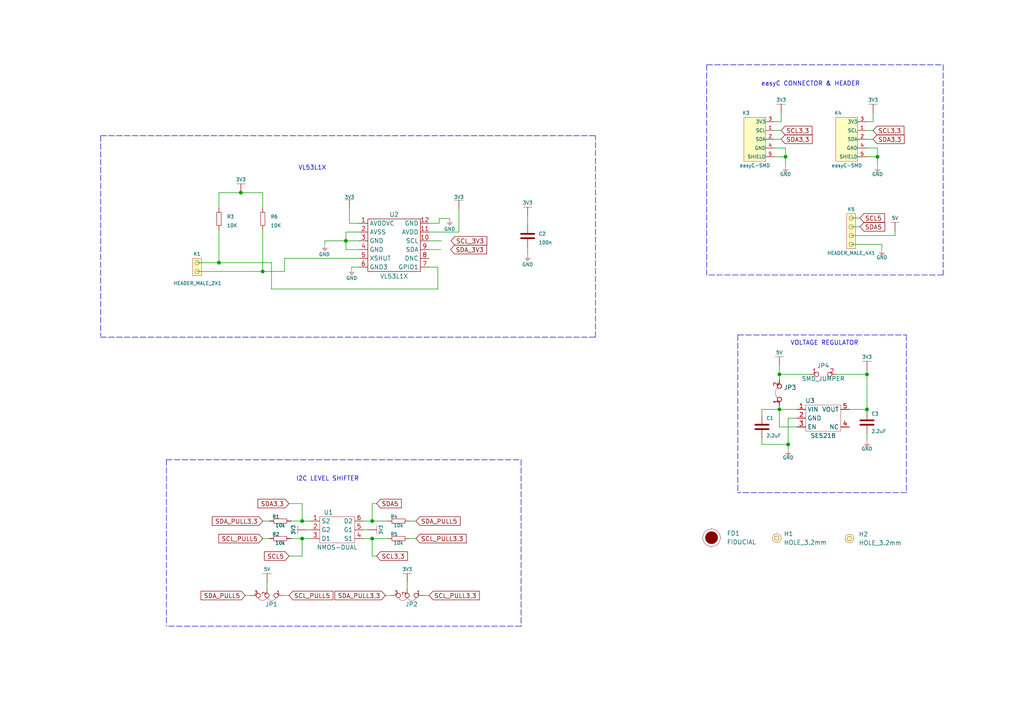
<source format=kicad_sch>
(kicad_sch (version 20210621) (generator eeschema)

  (uuid 6d9621eb-22a3-4665-9e4d-661a03de3f80)

  (paper "A4")

  (lib_symbols
    (symbol "e-radionica.com schematics:0603C" (pin_numbers hide) (pin_names (offset 0.002)) (in_bom yes) (on_board yes)
      (property "Reference" "C" (id 0) (at -0.635 3.175 0)
        (effects (font (size 1 1)))
      )
      (property "Value" "0603C" (id 1) (at 0 -3.175 0)
        (effects (font (size 1 1)))
      )
      (property "Footprint" "e-radionica.com footprinti:0603C" (id 2) (at 0 0 0)
        (effects (font (size 1 1)) hide)
      )
      (property "Datasheet" "" (id 3) (at 0 0 0)
        (effects (font (size 1 1)) hide)
      )
      (symbol "0603C_0_1"
        (polyline
          (pts
            (xy -0.635 1.905)
            (xy -0.635 -1.905)
          )
          (stroke (width 0.5)) (fill (type none))
        )
        (polyline
          (pts
            (xy 0.635 1.905)
            (xy 0.635 -1.905)
          )
          (stroke (width 0.5)) (fill (type none))
        )
      )
      (symbol "0603C_1_1"
        (pin passive line (at -3.175 0 0) (length 2.54)
          (name "~" (effects (font (size 1.27 1.27))))
          (number "1" (effects (font (size 1.27 1.27))))
        )
        (pin passive line (at 3.175 0 180) (length 2.54)
          (name "~" (effects (font (size 1.27 1.27))))
          (number "2" (effects (font (size 1.27 1.27))))
        )
      )
    )
    (symbol "e-radionica.com schematics:0603R" (pin_numbers hide) (pin_names (offset 0.254)) (in_bom yes) (on_board yes)
      (property "Reference" "R" (id 0) (at -1.905 1.905 0)
        (effects (font (size 1 1)))
      )
      (property "Value" "0603R" (id 1) (at 0 -1.905 0)
        (effects (font (size 1 1)))
      )
      (property "Footprint" "e-radionica.com footprinti:0603R" (id 2) (at -0.635 1.905 0)
        (effects (font (size 1 1)) hide)
      )
      (property "Datasheet" "" (id 3) (at -0.635 1.905 0)
        (effects (font (size 1 1)) hide)
      )
      (symbol "0603R_0_1"
        (rectangle (start -1.905 -0.635) (end 1.905 -0.6604)
          (stroke (width 0.1)) (fill (type none))
        )
        (rectangle (start -1.905 0.635) (end -1.8796 -0.635)
          (stroke (width 0.1)) (fill (type none))
        )
        (rectangle (start -1.905 0.635) (end 1.905 0.6096)
          (stroke (width 0.1)) (fill (type none))
        )
        (rectangle (start 1.905 0.635) (end 1.9304 -0.635)
          (stroke (width 0.1)) (fill (type none))
        )
      )
      (symbol "0603R_1_1"
        (pin passive line (at -3.175 0 0) (length 1.27)
          (name "~" (effects (font (size 1.27 1.27))))
          (number "1" (effects (font (size 1.27 1.27))))
        )
        (pin passive line (at 3.175 0 180) (length 1.27)
          (name "~" (effects (font (size 1.27 1.27))))
          (number "2" (effects (font (size 1.27 1.27))))
        )
      )
    )
    (symbol "e-radionica.com schematics:3V3" (power) (pin_names (offset 0)) (in_bom yes) (on_board yes)
      (property "Reference" "#PWR" (id 0) (at 4.445 0 0)
        (effects (font (size 1 1)) hide)
      )
      (property "Value" "3V3" (id 1) (at 0 3.556 0)
        (effects (font (size 1 1)))
      )
      (property "Footprint" "" (id 2) (at 4.445 3.81 0)
        (effects (font (size 1 1)) hide)
      )
      (property "Datasheet" "" (id 3) (at 4.445 3.81 0)
        (effects (font (size 1 1)) hide)
      )
      (property "ki_keywords" "power-flag" (id 4) (at 0 0 0)
        (effects (font (size 1.27 1.27)) hide)
      )
      (property "ki_description" "Power symbol creates a global label with name \"+3V3\"" (id 5) (at 0 0 0)
        (effects (font (size 1.27 1.27)) hide)
      )
      (symbol "3V3_0_1"
        (polyline
          (pts
            (xy -1.27 2.54)
            (xy 1.27 2.54)
          )
          (stroke (width 0.0006)) (fill (type none))
        )
        (polyline
          (pts
            (xy 0 0)
            (xy 0 2.54)
          )
          (stroke (width 0)) (fill (type none))
        )
      )
      (symbol "3V3_1_1"
        (pin power_in line (at 0 0 90) (length 0) hide
          (name "3V3" (effects (font (size 1.27 1.27))))
          (number "1" (effects (font (size 1.27 1.27))))
        )
      )
    )
    (symbol "e-radionica.com schematics:3V3_1" (power) (pin_names (offset 0)) (in_bom yes) (on_board yes)
      (property "Reference" "#PWR" (id 0) (at 4.445 0 0)
        (effects (font (size 1 1)) hide)
      )
      (property "Value" "3V3" (id 1) (at 0 3.556 0)
        (effects (font (size 1 1)))
      )
      (property "Footprint" "" (id 2) (at 4.445 3.81 0)
        (effects (font (size 1 1)) hide)
      )
      (property "Datasheet" "" (id 3) (at 4.445 3.81 0)
        (effects (font (size 1 1)) hide)
      )
      (property "ki_keywords" "power-flag" (id 4) (at 0 0 0)
        (effects (font (size 1.27 1.27)) hide)
      )
      (property "ki_description" "Power symbol creates a global label with name \"3V3\"" (id 5) (at 0 0 0)
        (effects (font (size 1.27 1.27)) hide)
      )
      (symbol "3V3_1_0_1"
        (polyline
          (pts
            (xy -1.27 2.54)
            (xy 1.27 2.54)
          )
          (stroke (width 0.0006)) (fill (type none))
        )
        (polyline
          (pts
            (xy 0 0)
            (xy 0 2.54)
          )
          (stroke (width 0)) (fill (type none))
        )
      )
      (symbol "3V3_1_1_1"
        (pin power_in line (at 0 0 90) (length 0) hide
          (name "3V3" (effects (font (size 1.27 1.27))))
          (number "1" (effects (font (size 1.27 1.27))))
        )
      )
    )
    (symbol "e-radionica.com schematics:3V3_2" (power) (pin_names (offset 0)) (in_bom yes) (on_board yes)
      (property "Reference" "#PWR" (id 0) (at 4.445 0 0)
        (effects (font (size 1 1)) hide)
      )
      (property "Value" "3V3" (id 1) (at 0 3.556 0)
        (effects (font (size 1 1)))
      )
      (property "Footprint" "" (id 2) (at 4.445 3.81 0)
        (effects (font (size 1 1)) hide)
      )
      (property "Datasheet" "" (id 3) (at 4.445 3.81 0)
        (effects (font (size 1 1)) hide)
      )
      (property "ki_keywords" "power-flag" (id 4) (at 0 0 0)
        (effects (font (size 1.27 1.27)) hide)
      )
      (property "ki_description" "Power symbol creates a global label with name \"3V3\"" (id 5) (at 0 0 0)
        (effects (font (size 1.27 1.27)) hide)
      )
      (symbol "3V3_2_0_1"
        (polyline
          (pts
            (xy -1.27 2.54)
            (xy 1.27 2.54)
          )
          (stroke (width 0.0006)) (fill (type none))
        )
        (polyline
          (pts
            (xy 0 0)
            (xy 0 2.54)
          )
          (stroke (width 0)) (fill (type none))
        )
      )
      (symbol "3V3_2_1_1"
        (pin power_in line (at 0 0 90) (length 0) hide
          (name "3V3" (effects (font (size 1.27 1.27))))
          (number "1" (effects (font (size 1.27 1.27))))
        )
      )
    )
    (symbol "e-radionica.com schematics:3V3_3" (power) (pin_names (offset 0)) (in_bom yes) (on_board yes)
      (property "Reference" "#PWR" (id 0) (at 4.445 0 0)
        (effects (font (size 1 1)) hide)
      )
      (property "Value" "3V3" (id 1) (at 0 3.556 0)
        (effects (font (size 1 1)))
      )
      (property "Footprint" "" (id 2) (at 4.445 3.81 0)
        (effects (font (size 1 1)) hide)
      )
      (property "Datasheet" "" (id 3) (at 4.445 3.81 0)
        (effects (font (size 1 1)) hide)
      )
      (property "ki_keywords" "power-flag" (id 4) (at 0 0 0)
        (effects (font (size 1.27 1.27)) hide)
      )
      (property "ki_description" "Power symbol creates a global label with name \"3V3\"" (id 5) (at 0 0 0)
        (effects (font (size 1.27 1.27)) hide)
      )
      (symbol "3V3_3_0_1"
        (polyline
          (pts
            (xy -1.27 2.54)
            (xy 1.27 2.54)
          )
          (stroke (width 0.0006)) (fill (type none))
        )
        (polyline
          (pts
            (xy 0 0)
            (xy 0 2.54)
          )
          (stroke (width 0)) (fill (type none))
        )
      )
      (symbol "3V3_3_1_1"
        (pin power_in line (at 0 0 90) (length 0) hide
          (name "3V3" (effects (font (size 1.27 1.27))))
          (number "1" (effects (font (size 1.27 1.27))))
        )
      )
    )
    (symbol "e-radionica.com schematics:3V3_4" (power) (pin_names (offset 0)) (in_bom yes) (on_board yes)
      (property "Reference" "#PWR" (id 0) (at 4.445 0 0)
        (effects (font (size 1 1)) hide)
      )
      (property "Value" "3V3" (id 1) (at 0 3.556 0)
        (effects (font (size 1 1)))
      )
      (property "Footprint" "" (id 2) (at 4.445 3.81 0)
        (effects (font (size 1 1)) hide)
      )
      (property "Datasheet" "" (id 3) (at 4.445 3.81 0)
        (effects (font (size 1 1)) hide)
      )
      (property "ki_keywords" "power-flag" (id 4) (at 0 0 0)
        (effects (font (size 1.27 1.27)) hide)
      )
      (property "ki_description" "Power symbol creates a global label with name \"3V3\"" (id 5) (at 0 0 0)
        (effects (font (size 1.27 1.27)) hide)
      )
      (symbol "3V3_4_0_1"
        (polyline
          (pts
            (xy -1.27 2.54)
            (xy 1.27 2.54)
          )
          (stroke (width 0.0006)) (fill (type none))
        )
        (polyline
          (pts
            (xy 0 0)
            (xy 0 2.54)
          )
          (stroke (width 0)) (fill (type none))
        )
      )
      (symbol "3V3_4_1_1"
        (pin power_in line (at 0 0 90) (length 0) hide
          (name "3V3" (effects (font (size 1.27 1.27))))
          (number "1" (effects (font (size 1.27 1.27))))
        )
      )
    )
    (symbol "e-radionica.com schematics:5V" (power) (pin_names (offset 0)) (in_bom yes) (on_board yes)
      (property "Reference" "#PWR" (id 0) (at 4.445 0 0)
        (effects (font (size 1 1)) hide)
      )
      (property "Value" "5V" (id 1) (at 0 3.556 0)
        (effects (font (size 1 1)))
      )
      (property "Footprint" "" (id 2) (at 4.445 3.81 0)
        (effects (font (size 1 1)) hide)
      )
      (property "Datasheet" "" (id 3) (at 4.445 3.81 0)
        (effects (font (size 1 1)) hide)
      )
      (property "ki_keywords" "power-flag" (id 4) (at 0 0 0)
        (effects (font (size 1.27 1.27)) hide)
      )
      (property "ki_description" "Power symbol creates a global label with name \"+3V3\"" (id 5) (at 0 0 0)
        (effects (font (size 1.27 1.27)) hide)
      )
      (symbol "5V_0_1"
        (polyline
          (pts
            (xy -1.27 2.54)
            (xy 1.27 2.54)
          )
          (stroke (width 0.0006)) (fill (type none))
        )
        (polyline
          (pts
            (xy 0 0)
            (xy 0 2.54)
          )
          (stroke (width 0)) (fill (type none))
        )
      )
      (symbol "5V_1_1"
        (pin power_in line (at 0 0 90) (length 0) hide
          (name "5V" (effects (font (size 1.27 1.27))))
          (number "1" (effects (font (size 1.27 1.27))))
        )
      )
    )
    (symbol "e-radionica.com schematics:FIDUCIAL" (in_bom no) (on_board yes)
      (property "Reference" "FD" (id 0) (at 0 3.81 0)
        (effects (font (size 1.27 1.27)))
      )
      (property "Value" "FIDUCIAL" (id 1) (at 0 -3.81 0)
        (effects (font (size 1.27 1.27)))
      )
      (property "Footprint" "e-radionica.com footprinti:FIDUCIAL_23" (id 2) (at 0.254 -5.334 0)
        (effects (font (size 1.27 1.27)) hide)
      )
      (property "Datasheet" "" (id 3) (at 0 0 0)
        (effects (font (size 1.27 1.27)) hide)
      )
      (symbol "FIDUCIAL_0_1"
        (circle (center 0 0) (radius 2.54) (stroke (width 0.0006)) (fill (type none)))
        (circle (center 0 0) (radius 1.7961) (stroke (width 0.001)) (fill (type outline)))
        (polyline
          (pts
            (xy -2.54 0)
            (xy -2.794 0)
          )
          (stroke (width 0.0006)) (fill (type none))
        )
        (polyline
          (pts
            (xy 0 -2.54)
            (xy 0 -2.794)
          )
          (stroke (width 0.0006)) (fill (type none))
        )
        (polyline
          (pts
            (xy 0 2.54)
            (xy 0 2.794)
          )
          (stroke (width 0.0006)) (fill (type none))
        )
        (polyline
          (pts
            (xy 2.54 0)
            (xy 2.794 0)
          )
          (stroke (width 0.0006)) (fill (type none))
        )
      )
    )
    (symbol "e-radionica.com schematics:GND" (power) (pin_names (offset 0)) (in_bom yes) (on_board yes)
      (property "Reference" "#PWR" (id 0) (at 4.445 0 0)
        (effects (font (size 1 1)) hide)
      )
      (property "Value" "GND" (id 1) (at 0 -2.921 0)
        (effects (font (size 1 1)))
      )
      (property "Footprint" "" (id 2) (at 4.445 3.81 0)
        (effects (font (size 1 1)) hide)
      )
      (property "Datasheet" "" (id 3) (at 4.445 3.81 0)
        (effects (font (size 1 1)) hide)
      )
      (property "ki_keywords" "power-flag" (id 4) (at 0 0 0)
        (effects (font (size 1.27 1.27)) hide)
      )
      (property "ki_description" "Power symbol creates a global label with name \"+3V3\"" (id 5) (at 0 0 0)
        (effects (font (size 1.27 1.27)) hide)
      )
      (symbol "GND_0_1"
        (polyline
          (pts
            (xy -0.762 -1.27)
            (xy 0.762 -1.27)
          )
          (stroke (width 0.0006)) (fill (type none))
        )
        (polyline
          (pts
            (xy -0.635 -1.524)
            (xy 0.635 -1.524)
          )
          (stroke (width 0.0006)) (fill (type none))
        )
        (polyline
          (pts
            (xy -0.381 -1.778)
            (xy 0.381 -1.778)
          )
          (stroke (width 0.0006)) (fill (type none))
        )
        (polyline
          (pts
            (xy -0.127 -2.032)
            (xy 0.127 -2.032)
          )
          (stroke (width 0.0006)) (fill (type none))
        )
        (polyline
          (pts
            (xy 0 0)
            (xy 0 -1.27)
          )
          (stroke (width 0.0006)) (fill (type none))
        )
      )
      (symbol "GND_1_1"
        (pin power_in line (at 0 0 270) (length 0) hide
          (name "GND" (effects (font (size 1.27 1.27))))
          (number "1" (effects (font (size 1.27 1.27))))
        )
      )
    )
    (symbol "e-radionica.com schematics:GND_1" (power) (pin_names (offset 0)) (in_bom yes) (on_board yes)
      (property "Reference" "#PWR" (id 0) (at 4.445 0 0)
        (effects (font (size 1 1)) hide)
      )
      (property "Value" "GND" (id 1) (at 0 -2.921 0)
        (effects (font (size 1 1)))
      )
      (property "Footprint" "" (id 2) (at 4.445 3.81 0)
        (effects (font (size 1 1)) hide)
      )
      (property "Datasheet" "" (id 3) (at 4.445 3.81 0)
        (effects (font (size 1 1)) hide)
      )
      (property "ki_keywords" "power-flag" (id 4) (at 0 0 0)
        (effects (font (size 1.27 1.27)) hide)
      )
      (property "ki_description" "Power symbol creates a global label with name \"GND\"" (id 5) (at 0 0 0)
        (effects (font (size 1.27 1.27)) hide)
      )
      (symbol "GND_1_0_1"
        (polyline
          (pts
            (xy -0.762 -1.27)
            (xy 0.762 -1.27)
          )
          (stroke (width 0.0006)) (fill (type none))
        )
        (polyline
          (pts
            (xy -0.635 -1.524)
            (xy 0.635 -1.524)
          )
          (stroke (width 0.0006)) (fill (type none))
        )
        (polyline
          (pts
            (xy -0.381 -1.778)
            (xy 0.381 -1.778)
          )
          (stroke (width 0.0006)) (fill (type none))
        )
        (polyline
          (pts
            (xy -0.127 -2.032)
            (xy 0.127 -2.032)
          )
          (stroke (width 0.0006)) (fill (type none))
        )
        (polyline
          (pts
            (xy 0 0)
            (xy 0 -1.27)
          )
          (stroke (width 0.0006)) (fill (type none))
        )
      )
      (symbol "GND_1_1_1"
        (pin power_in line (at 0 0 270) (length 0) hide
          (name "GND" (effects (font (size 1.27 1.27))))
          (number "1" (effects (font (size 1.27 1.27))))
        )
      )
    )
    (symbol "e-radionica.com schematics:GND_2" (power) (pin_names (offset 0)) (in_bom yes) (on_board yes)
      (property "Reference" "#PWR" (id 0) (at 4.445 0 0)
        (effects (font (size 1 1)) hide)
      )
      (property "Value" "GND" (id 1) (at 0 -2.921 0)
        (effects (font (size 1 1)))
      )
      (property "Footprint" "" (id 2) (at 4.445 3.81 0)
        (effects (font (size 1 1)) hide)
      )
      (property "Datasheet" "" (id 3) (at 4.445 3.81 0)
        (effects (font (size 1 1)) hide)
      )
      (property "ki_keywords" "power-flag" (id 4) (at 0 0 0)
        (effects (font (size 1.27 1.27)) hide)
      )
      (property "ki_description" "Power symbol creates a global label with name \"GND\"" (id 5) (at 0 0 0)
        (effects (font (size 1.27 1.27)) hide)
      )
      (symbol "GND_2_0_1"
        (polyline
          (pts
            (xy -0.762 -1.27)
            (xy 0.762 -1.27)
          )
          (stroke (width 0.0006)) (fill (type none))
        )
        (polyline
          (pts
            (xy -0.635 -1.524)
            (xy 0.635 -1.524)
          )
          (stroke (width 0.0006)) (fill (type none))
        )
        (polyline
          (pts
            (xy -0.381 -1.778)
            (xy 0.381 -1.778)
          )
          (stroke (width 0.0006)) (fill (type none))
        )
        (polyline
          (pts
            (xy -0.127 -2.032)
            (xy 0.127 -2.032)
          )
          (stroke (width 0.0006)) (fill (type none))
        )
        (polyline
          (pts
            (xy 0 0)
            (xy 0 -1.27)
          )
          (stroke (width 0.0006)) (fill (type none))
        )
      )
      (symbol "GND_2_1_1"
        (pin power_in line (at 0 0 270) (length 0) hide
          (name "GND" (effects (font (size 1.27 1.27))))
          (number "1" (effects (font (size 1.27 1.27))))
        )
      )
    )
    (symbol "e-radionica.com schematics:HEADER_MALE_2X1" (pin_numbers hide) (pin_names hide) (in_bom yes) (on_board yes)
      (property "Reference" "K" (id 0) (at -1.27 5.08 0)
        (effects (font (size 1 1)))
      )
      (property "Value" "HEADER_MALE_2X1" (id 1) (at 0 -2.54 0)
        (effects (font (size 1 1)))
      )
      (property "Footprint" "e-radionica.com footprinti:HEADER_MALE_2X1" (id 2) (at 0 0 0)
        (effects (font (size 1 1)) hide)
      )
      (property "Datasheet" "" (id 3) (at 0 0 0)
        (effects (font (size 1 1)) hide)
      )
      (symbol "HEADER_MALE_2X1_0_1"
        (circle (center 0 0) (radius 0.635) (stroke (width 0.0006)) (fill (type none)))
        (circle (center 0 2.54) (radius 0.635) (stroke (width 0.0006)) (fill (type none)))
        (rectangle (start 1.27 -1.27) (end -1.27 3.81)
          (stroke (width 0.001)) (fill (type background))
        )
      )
      (symbol "HEADER_MALE_2X1_1_1"
        (pin passive line (at 0 0 180) (length 0)
          (name "~" (effects (font (size 1 1))))
          (number "1" (effects (font (size 1 1))))
        )
        (pin passive line (at 0 2.54 180) (length 0)
          (name "~" (effects (font (size 1 1))))
          (number "2" (effects (font (size 1 1))))
        )
      )
    )
    (symbol "e-radionica.com schematics:HEADER_MALE_4X1" (pin_numbers hide) (pin_names hide) (in_bom yes) (on_board yes)
      (property "Reference" "K" (id 0) (at -0.635 7.62 0)
        (effects (font (size 1 1)))
      )
      (property "Value" "HEADER_MALE_4X1" (id 1) (at 0 -5.08 0)
        (effects (font (size 1 1)))
      )
      (property "Footprint" "e-radionica.com footprinti:HEADER_MALE_4X1" (id 2) (at 0 -2.54 0)
        (effects (font (size 1 1)) hide)
      )
      (property "Datasheet" "" (id 3) (at 0 -2.54 0)
        (effects (font (size 1 1)) hide)
      )
      (symbol "HEADER_MALE_4X1_0_1"
        (circle (center 0 -2.54) (radius 0.635) (stroke (width 0.0006)) (fill (type none)))
        (circle (center 0 0) (radius 0.635) (stroke (width 0.0006)) (fill (type none)))
        (circle (center 0 2.54) (radius 0.635) (stroke (width 0.0006)) (fill (type none)))
        (circle (center 0 5.08) (radius 0.635) (stroke (width 0.0006)) (fill (type none)))
        (rectangle (start 1.27 -3.81) (end -1.27 6.35)
          (stroke (width 0.001)) (fill (type background))
        )
      )
      (symbol "HEADER_MALE_4X1_1_1"
        (pin passive line (at 0 -2.54 180) (length 0)
          (name "~" (effects (font (size 1 1))))
          (number "1" (effects (font (size 1 1))))
        )
        (pin passive line (at 0 0 180) (length 0)
          (name "~" (effects (font (size 1 1))))
          (number "2" (effects (font (size 1 1))))
        )
        (pin passive line (at 0 2.54 180) (length 0)
          (name "~" (effects (font (size 1 1))))
          (number "3" (effects (font (size 1 1))))
        )
        (pin passive line (at 0 5.08 180) (length 0)
          (name "~" (effects (font (size 1 1))))
          (number "4" (effects (font (size 1 1))))
        )
      )
    )
    (symbol "e-radionica.com schematics:HOLE_3.2mm" (pin_numbers hide) (pin_names hide) (in_bom yes) (on_board yes)
      (property "Reference" "H" (id 0) (at 0 2.54 0)
        (effects (font (size 1.27 1.27)))
      )
      (property "Value" "HOLE_3.2mm" (id 1) (at 0 -2.54 0)
        (effects (font (size 1.27 1.27)))
      )
      (property "Footprint" "e-radionica.com footprinti:HOLE_3.2mm" (id 2) (at 0 0 0)
        (effects (font (size 1.27 1.27)) hide)
      )
      (property "Datasheet" "" (id 3) (at 0 0 0)
        (effects (font (size 1.27 1.27)) hide)
      )
      (symbol "HOLE_3.2mm_0_1"
        (circle (center 0 0) (radius 0.635) (stroke (width 0.0006)) (fill (type none)))
        (circle (center 0 0) (radius 1.27) (stroke (width 0.001)) (fill (type background)))
      )
    )
    (symbol "e-radionica.com schematics:NMOS-DUAL" (in_bom yes) (on_board yes)
      (property "Reference" "U" (id 0) (at -3.81 5.08 0)
        (effects (font (size 1.27 1.27)))
      )
      (property "Value" "NMOS-DUAL" (id 1) (at 0 -5.08 0)
        (effects (font (size 1.27 1.27)))
      )
      (property "Footprint" "e-radionica.com footprinti:SOT-363" (id 2) (at 0 -7.62 0)
        (effects (font (size 1.27 1.27)) hide)
      )
      (property "Datasheet" "" (id 3) (at 0 -2.54 0)
        (effects (font (size 1.27 1.27)) hide)
      )
      (symbol "NMOS-DUAL_0_1"
        (rectangle (start -5.08 3.81) (end 5.08 -3.81)
          (stroke (width 0.0006)) (fill (type none))
        )
      )
      (symbol "NMOS-DUAL_1_1"
        (pin input line (at -7.62 2.54 0) (length 2.54)
          (name "S2" (effects (font (size 1.27 1.27))))
          (number "1" (effects (font (size 1.27 1.27))))
        )
        (pin input line (at -7.62 0 0) (length 2.54)
          (name "G2" (effects (font (size 1.27 1.27))))
          (number "2" (effects (font (size 1.27 1.27))))
        )
        (pin input line (at -7.62 -2.54 0) (length 2.54)
          (name "D1" (effects (font (size 1.27 1.27))))
          (number "3" (effects (font (size 1.27 1.27))))
        )
        (pin input line (at 7.62 -2.54 180) (length 2.54)
          (name "S1" (effects (font (size 1.27 1.27))))
          (number "4" (effects (font (size 1.27 1.27))))
        )
        (pin input line (at 7.62 0 180) (length 2.54)
          (name "G1" (effects (font (size 1.27 1.27))))
          (number "5" (effects (font (size 1.27 1.27))))
        )
        (pin input line (at 7.62 2.54 180) (length 2.54)
          (name "D2" (effects (font (size 1.27 1.27))))
          (number "6" (effects (font (size 1.27 1.27))))
        )
      )
    )
    (symbol "e-radionica.com schematics:SE5218" (in_bom yes) (on_board yes)
      (property "Reference" "U" (id 0) (at -3.81 5.08 0)
        (effects (font (size 1.27 1.27)))
      )
      (property "Value" "SE5218" (id 1) (at 0 -5.08 0)
        (effects (font (size 1.27 1.27)))
      )
      (property "Footprint" "e-radionica.com footprinti:SOT-23-5" (id 2) (at 0 0 0)
        (effects (font (size 1.27 1.27)) hide)
      )
      (property "Datasheet" "" (id 3) (at 0 0 0)
        (effects (font (size 1.27 1.27)) hide)
      )
      (symbol "SE5218_0_1"
        (rectangle (start -5.08 3.81) (end 5.08 -3.81)
          (stroke (width 0.0006)) (fill (type none))
        )
      )
      (symbol "SE5218_1_1"
        (pin power_in line (at -7.62 2.54 0) (length 2.54)
          (name "VIN" (effects (font (size 1.27 1.27))))
          (number "1" (effects (font (size 1.27 1.27))))
        )
        (pin power_in line (at -7.62 0 0) (length 2.54)
          (name "GND" (effects (font (size 1.27 1.27))))
          (number "2" (effects (font (size 1.27 1.27))))
        )
        (pin input line (at -7.62 -2.54 0) (length 2.54)
          (name "EN" (effects (font (size 1.27 1.27))))
          (number "3" (effects (font (size 1.27 1.27))))
        )
        (pin passive line (at 7.62 -2.54 180) (length 2.54)
          (name "NC" (effects (font (size 1.27 1.27))))
          (number "4" (effects (font (size 1.27 1.27))))
        )
        (pin power_out line (at 7.62 2.54 180) (length 2.54)
          (name "VOUT" (effects (font (size 1.27 1.27))))
          (number "5" (effects (font (size 1.27 1.27))))
        )
      )
    )
    (symbol "e-radionica.com schematics:SMD-JUMPER-CONNECTED_TRACE_SLODERMASK" (in_bom yes) (on_board yes)
      (property "Reference" "JP" (id 0) (at 0 3.556 0)
        (effects (font (size 1.27 1.27)))
      )
      (property "Value" "SMD-JUMPER-CONNECTED_TRACE_SLODERMASK" (id 1) (at 0 -2.54 0)
        (effects (font (size 1.27 1.27)))
      )
      (property "Footprint" "e-radionica.com footprinti:SMD-JUMPER-CONNECTED_TRACE_SLODERMASK" (id 2) (at 0 -5.715 0)
        (effects (font (size 1.27 1.27)) hide)
      )
      (property "Datasheet" "" (id 3) (at 0 0 0)
        (effects (font (size 1.27 1.27)) hide)
      )
      (symbol "SMD-JUMPER-CONNECTED_TRACE_SLODERMASK_0_1"
        (arc (start -1.8034 0.5588) (end 1.397 0.5842) (radius (at -0.1875 -1.4124) (length 2.5489) (angles 129.3 51.6))
          (stroke (width 0.0006)) (fill (type none))
        )
      )
      (symbol "SMD-JUMPER-CONNECTED_TRACE_SLODERMASK_1_1"
        (pin passive inverted (at -4.064 0 0) (length 2.54)
          (name "" (effects (font (size 1.27 1.27))))
          (number "1" (effects (font (size 1.27 1.27))))
        )
        (pin passive inverted (at 3.556 0 180) (length 2.54)
          (name "" (effects (font (size 1.27 1.27))))
          (number "2" (effects (font (size 1.27 1.27))))
        )
      )
    )
    (symbol "e-radionica.com schematics:SMD_JUMPER" (in_bom yes) (on_board yes)
      (property "Reference" "JP" (id 0) (at 0 1.397 0)
        (effects (font (size 1.27 1.27)))
      )
      (property "Value" "SMD_JUMPER" (id 1) (at 0.508 -3.048 0)
        (effects (font (size 1.27 1.27)))
      )
      (property "Footprint" "e-radionica.com footprinti:SMD_JUMPER" (id 2) (at 0 0 0)
        (effects (font (size 1.27 1.27)) hide)
      )
      (property "Datasheet" "" (id 3) (at 0 0 0)
        (effects (font (size 1.27 1.27)) hide)
      )
      (symbol "SMD_JUMPER_1_1"
        (pin passive inverted (at -3.81 0 0) (length 2.54)
          (name "" (effects (font (size 1.27 1.27))))
          (number "1" (effects (font (size 1.27 1.27))))
        )
        (pin passive inverted (at 3.81 0 180) (length 2.54)
          (name "" (effects (font (size 1.27 1.27))))
          (number "2" (effects (font (size 1.27 1.27))))
        )
      )
    )
    (symbol "e-radionica.com schematics:SMD_JUMPER_3_PAD_TRACE" (in_bom yes) (on_board yes)
      (property "Reference" "JP" (id 0) (at 0.0254 5.461 0)
        (effects (font (size 1.27 1.27)))
      )
      (property "Value" "SMD_JUMPER_3_PAD_TRACE" (id 1) (at 0.3048 -4.572 0)
        (effects (font (size 1.27 1.27)))
      )
      (property "Footprint" "e-radionica.com footprinti:SMD_JUMPER_3_PAD_TRACE" (id 2) (at 0 -1.27 0)
        (effects (font (size 1.27 1.27)) hide)
      )
      (property "Datasheet" "" (id 3) (at 0 0 0)
        (effects (font (size 1.27 1.27)) hide)
      )
      (symbol "SMD_JUMPER_3_PAD_TRACE_0_1"
        (arc (start -2.6162 0.6096) (end 0 0.5842) (radius (at -1.3133 0.057) (length 1.4152) (angles 157 21.9))
          (stroke (width 0.0006)) (fill (type none))
        )
        (arc (start 0 0.6096) (end 2.5908 0.6604) (radius (at 1.308 -0.0085) (length 1.4467) (angles 154.7 27.5))
          (stroke (width 0.0006)) (fill (type none))
        )
      )
      (symbol "SMD_JUMPER_3_PAD_TRACE_1_1"
        (pin passive inverted (at -4.5212 -0.0254 0) (length 2.54)
          (name "" (effects (font (size 1 1))))
          (number "1" (effects (font (size 1 1))))
        )
        (pin passive inverted (at 0.0254 -1.9304 90) (length 2.54)
          (name "" (effects (font (size 1 1))))
          (number "2" (effects (font (size 1 1))))
        )
        (pin passive inverted (at 4.4704 0 180) (length 2.54)
          (name "" (effects (font (size 1 1))))
          (number "3" (effects (font (size 1 1))))
        )
      )
    )
    (symbol "e-radionica.com schematics:VL53L1X" (in_bom yes) (on_board yes)
      (property "Reference" "U" (id 0) (at 0 10.16 0)
        (effects (font (size 1.27 1.27)))
      )
      (property "Value" "VL53L1X" (id 1) (at 0 -8.89 0)
        (effects (font (size 1.27 1.27)))
      )
      (property "Footprint" "e-radionica.com footprinti:VL53L1X" (id 2) (at -2.54 -11.43 0)
        (effects (font (size 1.27 1.27)) hide)
      )
      (property "Datasheet" "" (id 3) (at -3.81 0 0)
        (effects (font (size 1.27 1.27)) hide)
      )
      (symbol "VL53L1X_0_1"
        (rectangle (start -7.62 7.62) (end 7.62 -7.62)
          (stroke (width 0.1524)) (fill (type none))
        )
      )
      (symbol "VL53L1X_1_1"
        (pin input line (at -10.16 6.35 0) (length 2.54)
          (name "AVDDVC" (effects (font (size 1.27 1.27))))
          (number "1" (effects (font (size 1.27 1.27))))
        )
        (pin input line (at 10.16 1.27 180) (length 2.54)
          (name "SCL" (effects (font (size 1.27 1.27))))
          (number "10" (effects (font (size 1.27 1.27))))
        )
        (pin input line (at 10.16 3.81 180) (length 2.54)
          (name "AVDD" (effects (font (size 1.27 1.27))))
          (number "11" (effects (font (size 1.27 1.27))))
        )
        (pin input line (at 10.16 6.35 180) (length 2.54)
          (name "GND" (effects (font (size 1.27 1.27))))
          (number "12" (effects (font (size 1.27 1.27))))
        )
        (pin input line (at -10.16 3.81 0) (length 2.54)
          (name "AVSS" (effects (font (size 1.27 1.27))))
          (number "2" (effects (font (size 1.27 1.27))))
        )
        (pin input line (at -10.16 1.27 0) (length 2.54)
          (name "GND" (effects (font (size 1.27 1.27))))
          (number "3" (effects (font (size 1.27 1.27))))
        )
        (pin input line (at -10.16 -1.27 0) (length 2.54)
          (name "GND" (effects (font (size 1.27 1.27))))
          (number "4" (effects (font (size 1.27 1.27))))
        )
        (pin input line (at -10.16 -3.81 0) (length 2.54)
          (name "XSHUT" (effects (font (size 1.27 1.27))))
          (number "5" (effects (font (size 1.27 1.27))))
        )
        (pin input line (at -10.16 -6.35 0) (length 2.54)
          (name "GND3" (effects (font (size 1.27 1.27))))
          (number "6" (effects (font (size 1.27 1.27))))
        )
        (pin input line (at 10.16 -6.35 180) (length 2.54)
          (name "GPIO1" (effects (font (size 1.27 1.27))))
          (number "7" (effects (font (size 1.27 1.27))))
        )
        (pin input line (at 10.16 -3.81 180) (length 2.54)
          (name "DNC" (effects (font (size 1.27 1.27))))
          (number "8" (effects (font (size 1.27 1.27))))
        )
        (pin input line (at 10.16 -1.27 180) (length 2.54)
          (name "SDA" (effects (font (size 1.27 1.27))))
          (number "9" (effects (font (size 1.27 1.27))))
        )
      )
    )
    (symbol "e-radionica.com schematics:easyC-SMD" (pin_names (offset 0.002)) (in_bom yes) (on_board yes)
      (property "Reference" "K" (id 0) (at -2.54 10.16 0)
        (effects (font (size 1 1)))
      )
      (property "Value" "easyC-SMD" (id 1) (at 0 -5.08 0)
        (effects (font (size 1 1)))
      )
      (property "Footprint" "e-radionica.com footprinti:easyC-connector" (id 2) (at 3.175 2.54 0)
        (effects (font (size 1 1)) hide)
      )
      (property "Datasheet" "" (id 3) (at 3.175 2.54 0)
        (effects (font (size 1 1)) hide)
      )
      (symbol "easyC-SMD_0_1"
        (rectangle (start -3.175 8.89) (end 3.175 -3.81)
          (stroke (width 0.001)) (fill (type background))
        )
      )
      (symbol "easyC-SMD_1_1"
        (pin passive line (at 5.715 5.08 180) (length 2.54)
          (name "SCL" (effects (font (size 1 1))))
          (number "1" (effects (font (size 1 1))))
        )
        (pin passive line (at 5.715 2.54 180) (length 2.54)
          (name "SDA" (effects (font (size 1 1))))
          (number "2" (effects (font (size 1 1))))
        )
        (pin passive line (at 5.715 7.62 180) (length 2.54)
          (name "3V3" (effects (font (size 1 1))))
          (number "3" (effects (font (size 1 1))))
        )
        (pin passive line (at 5.715 0 180) (length 2.54)
          (name "GND" (effects (font (size 1 1))))
          (number "4" (effects (font (size 1 1))))
        )
        (pin passive line (at 5.715 -2.54 180) (length 2.54)
          (name "SHIELD" (effects (font (size 1 1))))
          (number "5" (effects (font (size 1 1))))
        )
      )
    )
  )

  (junction (at 63.5 76.2) (diameter 0.9144) (color 0 0 0 0))
  (junction (at 69.85 55.88) (diameter 0.9144) (color 0 0 0 0))
  (junction (at 76.2 78.74) (diameter 0.9144) (color 0 0 0 0))
  (junction (at 87.63 151.13) (diameter 0.9144) (color 0 0 0 0))
  (junction (at 87.63 156.21) (diameter 0.9144) (color 0 0 0 0))
  (junction (at 100.33 69.85) (diameter 0.9144) (color 0 0 0 0))
  (junction (at 107.95 151.13) (diameter 0.9144) (color 0 0 0 0))
  (junction (at 107.95 156.21) (diameter 0.9144) (color 0 0 0 0))
  (junction (at 226.06 108.585) (diameter 0.9144) (color 0 0 0 0))
  (junction (at 226.06 118.745) (diameter 0.9144) (color 0 0 0 0))
  (junction (at 227.838 45.466) (diameter 0.9144) (color 0 0 0 0))
  (junction (at 228.6 128.905) (diameter 0.9144) (color 0 0 0 0))
  (junction (at 251.46 108.585) (diameter 0.9144) (color 0 0 0 0))
  (junction (at 251.46 118.745) (diameter 0.9144) (color 0 0 0 0))
  (junction (at 254.508 45.466) (diameter 0.9144) (color 0 0 0 0))

  (wire (pts (xy 63.5 55.88) (xy 69.85 55.88))
    (stroke (width 0) (type solid) (color 0 0 0 0))
    (uuid 05a25f93-4248-4ade-a98a-d08b9feed651)
  )
  (wire (pts (xy 63.5 60.325) (xy 63.5 55.88))
    (stroke (width 0) (type solid) (color 0 0 0 0))
    (uuid 05a25f93-4248-4ade-a98a-d08b9feed651)
  )
  (wire (pts (xy 63.5 66.675) (xy 63.5 76.2))
    (stroke (width 0) (type solid) (color 0 0 0 0))
    (uuid bbf13ef0-da1c-4f34-b8b8-6659c2376c1d)
  )
  (wire (pts (xy 63.5 76.2) (xy 57.15 76.2))
    (stroke (width 0) (type solid) (color 0 0 0 0))
    (uuid d95000f1-ce48-47ef-9b4f-f81df032800d)
  )
  (wire (pts (xy 71.12 172.72) (xy 72.9996 172.72))
    (stroke (width 0) (type solid) (color 0 0 0 0))
    (uuid d5463b7e-7e26-4912-8d35-ca5ed3fad522)
  )
  (wire (pts (xy 76.2 55.88) (xy 69.85 55.88))
    (stroke (width 0) (type solid) (color 0 0 0 0))
    (uuid ec8824f7-a65a-4ff9-8ce9-7eaa9fbca722)
  )
  (wire (pts (xy 76.2 60.325) (xy 76.2 55.88))
    (stroke (width 0) (type solid) (color 0 0 0 0))
    (uuid ec8824f7-a65a-4ff9-8ce9-7eaa9fbca722)
  )
  (wire (pts (xy 76.2 66.675) (xy 76.2 78.74))
    (stroke (width 0) (type solid) (color 0 0 0 0))
    (uuid dfaa5e3a-940d-4833-b421-8b9558ffe936)
  )
  (wire (pts (xy 76.2 78.74) (xy 57.15 78.74))
    (stroke (width 0) (type solid) (color 0 0 0 0))
    (uuid 79cae08a-7e73-4fb2-83de-f48e82442e71)
  )
  (wire (pts (xy 76.2 151.13) (xy 78.105 151.13))
    (stroke (width 0) (type solid) (color 0 0 0 0))
    (uuid 25e9a866-10a1-479e-826e-16090f5743f1)
  )
  (wire (pts (xy 76.2 156.21) (xy 78.105 156.21))
    (stroke (width 0) (type solid) (color 0 0 0 0))
    (uuid 99c0641f-bfb7-4a9f-81de-386fe36936f0)
  )
  (wire (pts (xy 77.4446 168.91) (xy 77.47 168.91))
    (stroke (width 0) (type solid) (color 0 0 0 0))
    (uuid ffd87176-cc14-4f18-b01b-238972cfe8a7)
  )
  (wire (pts (xy 77.4446 170.7896) (xy 77.4446 168.91))
    (stroke (width 0) (type solid) (color 0 0 0 0))
    (uuid 70850526-d5f7-49d8-bf8e-e2656752e1ba)
  )
  (wire (pts (xy 78.74 76.2) (xy 63.5 76.2))
    (stroke (width 0) (type solid) (color 0 0 0 0))
    (uuid d95000f1-ce48-47ef-9b4f-f81df032800d)
  )
  (wire (pts (xy 78.74 83.82) (xy 78.74 76.2))
    (stroke (width 0) (type solid) (color 0 0 0 0))
    (uuid d95000f1-ce48-47ef-9b4f-f81df032800d)
  )
  (wire (pts (xy 81.9912 172.6946) (xy 83.82 172.6946))
    (stroke (width 0) (type solid) (color 0 0 0 0))
    (uuid 6765c05b-c532-49a8-8528-4d014ae7dcf9)
  )
  (wire (pts (xy 82.55 74.93) (xy 82.55 78.74))
    (stroke (width 0) (type solid) (color 0 0 0 0))
    (uuid 79cae08a-7e73-4fb2-83de-f48e82442e71)
  )
  (wire (pts (xy 82.55 78.74) (xy 76.2 78.74))
    (stroke (width 0) (type solid) (color 0 0 0 0))
    (uuid 79cae08a-7e73-4fb2-83de-f48e82442e71)
  )
  (wire (pts (xy 83.82 146.05) (xy 87.63 146.05))
    (stroke (width 0) (type solid) (color 0 0 0 0))
    (uuid 4f13d698-fb08-48f4-95bf-78a91ec03a84)
  )
  (wire (pts (xy 83.82 161.29) (xy 87.63 161.29))
    (stroke (width 0) (type solid) (color 0 0 0 0))
    (uuid eda84005-d7bc-40ec-81c6-fbd1ea808da1)
  )
  (wire (pts (xy 83.82 172.6946) (xy 83.82 172.72))
    (stroke (width 0) (type solid) (color 0 0 0 0))
    (uuid c048b7b8-509e-4f29-a99d-d23b6e6ffb4b)
  )
  (wire (pts (xy 84.455 151.13) (xy 87.63 151.13))
    (stroke (width 0) (type solid) (color 0 0 0 0))
    (uuid c927c62a-ca1a-49d7-91de-8b1ef153f7b8)
  )
  (wire (pts (xy 84.455 156.21) (xy 87.63 156.21))
    (stroke (width 0) (type solid) (color 0 0 0 0))
    (uuid e4c0b8d9-b632-488d-a5be-d470f4cb2895)
  )
  (wire (pts (xy 87.63 146.05) (xy 87.63 151.13))
    (stroke (width 0) (type solid) (color 0 0 0 0))
    (uuid f8b380bd-c7f2-4776-a334-ba83c37b7b9f)
  )
  (wire (pts (xy 87.63 151.13) (xy 90.17 151.13))
    (stroke (width 0) (type solid) (color 0 0 0 0))
    (uuid bf0f74a4-cd50-4abf-82f9-9afed7ee9cff)
  )
  (wire (pts (xy 87.63 156.21) (xy 90.17 156.21))
    (stroke (width 0) (type solid) (color 0 0 0 0))
    (uuid 9b6d1430-a5b8-4ddd-9ee2-07a4db77c024)
  )
  (wire (pts (xy 87.63 161.29) (xy 87.63 156.21))
    (stroke (width 0) (type solid) (color 0 0 0 0))
    (uuid efb68662-8fe7-4f94-bb2b-9cee7a639ab8)
  )
  (wire (pts (xy 88.9 153.67) (xy 90.17 153.67))
    (stroke (width 0) (type solid) (color 0 0 0 0))
    (uuid f5ab2b60-811d-4273-a748-2285926f406a)
  )
  (wire (pts (xy 94.234 69.85) (xy 94.234 70.739))
    (stroke (width 0) (type solid) (color 0 0 0 0))
    (uuid 9addc5a4-c67a-493d-8984-dd9d4bf90a38)
  )
  (wire (pts (xy 100.33 67.31) (xy 100.33 69.85))
    (stroke (width 0) (type solid) (color 0 0 0 0))
    (uuid 88202b8d-12cd-4dc0-b228-f48aa44250ca)
  )
  (wire (pts (xy 100.33 69.85) (xy 94.234 69.85))
    (stroke (width 0) (type solid) (color 0 0 0 0))
    (uuid 9addc5a4-c67a-493d-8984-dd9d4bf90a38)
  )
  (wire (pts (xy 100.33 69.85) (xy 100.33 72.39))
    (stroke (width 0) (type solid) (color 0 0 0 0))
    (uuid 1fc53dd4-54df-4a6e-9f14-143fb6cde8c5)
  )
  (wire (pts (xy 100.33 69.85) (xy 104.14 69.85))
    (stroke (width 0) (type solid) (color 0 0 0 0))
    (uuid 1fc53dd4-54df-4a6e-9f14-143fb6cde8c5)
  )
  (wire (pts (xy 101.346 64.77) (xy 101.346 60.452))
    (stroke (width 0) (type solid) (color 0 0 0 0))
    (uuid 96f1daea-2d18-41cc-89de-a54bf631d74e)
  )
  (wire (pts (xy 101.981 77.47) (xy 101.981 77.724))
    (stroke (width 0) (type solid) (color 0 0 0 0))
    (uuid e58b3c28-14a9-42e0-9c7e-9913ef11dc17)
  )
  (wire (pts (xy 104.14 64.77) (xy 101.346 64.77))
    (stroke (width 0) (type solid) (color 0 0 0 0))
    (uuid 96f1daea-2d18-41cc-89de-a54bf631d74e)
  )
  (wire (pts (xy 104.14 67.31) (xy 100.33 67.31))
    (stroke (width 0) (type solid) (color 0 0 0 0))
    (uuid 88202b8d-12cd-4dc0-b228-f48aa44250ca)
  )
  (wire (pts (xy 104.14 72.39) (xy 100.33 72.39))
    (stroke (width 0) (type solid) (color 0 0 0 0))
    (uuid 1fc53dd4-54df-4a6e-9f14-143fb6cde8c5)
  )
  (wire (pts (xy 104.14 74.93) (xy 82.55 74.93))
    (stroke (width 0) (type solid) (color 0 0 0 0))
    (uuid 79cae08a-7e73-4fb2-83de-f48e82442e71)
  )
  (wire (pts (xy 104.14 77.47) (xy 101.981 77.47))
    (stroke (width 0) (type solid) (color 0 0 0 0))
    (uuid e58b3c28-14a9-42e0-9c7e-9913ef11dc17)
  )
  (wire (pts (xy 105.41 151.13) (xy 107.95 151.13))
    (stroke (width 0) (type solid) (color 0 0 0 0))
    (uuid 8acd1878-f6a7-4b10-a223-975f52e159bd)
  )
  (wire (pts (xy 105.41 153.67) (xy 106.68 153.67))
    (stroke (width 0) (type solid) (color 0 0 0 0))
    (uuid f82ab087-e9b1-458e-90f1-af52ff4e1f98)
  )
  (wire (pts (xy 105.41 156.21) (xy 107.95 156.21))
    (stroke (width 0) (type solid) (color 0 0 0 0))
    (uuid cd2be96d-1ff7-42ea-9722-b1926727a1e4)
  )
  (wire (pts (xy 107.95 146.05) (xy 107.95 151.13))
    (stroke (width 0) (type solid) (color 0 0 0 0))
    (uuid 3d1d86df-fd6f-4283-b38d-3e358e302fcf)
  )
  (wire (pts (xy 107.95 151.13) (xy 112.395 151.13))
    (stroke (width 0) (type solid) (color 0 0 0 0))
    (uuid af90c7a0-0c56-4752-90d5-268792648c75)
  )
  (wire (pts (xy 107.95 156.21) (xy 112.395 156.21))
    (stroke (width 0) (type solid) (color 0 0 0 0))
    (uuid c313974c-66f3-481f-832c-c9d20e0376a0)
  )
  (wire (pts (xy 107.95 161.29) (xy 107.95 156.21))
    (stroke (width 0) (type solid) (color 0 0 0 0))
    (uuid acc8a334-ca33-463c-abdc-e125f4564df4)
  )
  (wire (pts (xy 109.22 146.05) (xy 107.95 146.05))
    (stroke (width 0) (type solid) (color 0 0 0 0))
    (uuid 2b3b1975-c03b-4172-9f49-92aa9c4fe64c)
  )
  (wire (pts (xy 109.22 161.29) (xy 107.95 161.29))
    (stroke (width 0) (type solid) (color 0 0 0 0))
    (uuid a8867408-7810-404a-a03a-80062fb5e79a)
  )
  (wire (pts (xy 111.76 172.72) (xy 113.6396 172.72))
    (stroke (width 0) (type solid) (color 0 0 0 0))
    (uuid 42763c10-90aa-4ef2-8c46-a1bf1f2a9fef)
  )
  (wire (pts (xy 118.0846 168.91) (xy 118.11 168.91))
    (stroke (width 0) (type solid) (color 0 0 0 0))
    (uuid 2da6fcf5-9ecd-4d1a-bb2c-b24a0da84062)
  )
  (wire (pts (xy 118.0846 170.7896) (xy 118.0846 168.91))
    (stroke (width 0) (type solid) (color 0 0 0 0))
    (uuid 940996ad-f415-4514-8447-fcb284e39049)
  )
  (wire (pts (xy 118.745 151.13) (xy 120.65 151.13))
    (stroke (width 0) (type solid) (color 0 0 0 0))
    (uuid 3b4556b5-bfbd-4210-8051-e06cabe5f097)
  )
  (wire (pts (xy 118.745 156.21) (xy 120.65 156.21))
    (stroke (width 0) (type solid) (color 0 0 0 0))
    (uuid 8dbfc705-54dd-472f-8654-b41d00802f3d)
  )
  (wire (pts (xy 122.6312 172.6946) (xy 122.6312 172.72))
    (stroke (width 0) (type solid) (color 0 0 0 0))
    (uuid 9a65de48-47de-4a17-bec3-20e62e98e860)
  )
  (wire (pts (xy 122.6312 172.72) (xy 124.46 172.72))
    (stroke (width 0) (type solid) (color 0 0 0 0))
    (uuid 1fc0c2a0-8683-4736-b2a8-12e779edbc05)
  )
  (wire (pts (xy 124.46 64.77) (xy 127.381 64.77))
    (stroke (width 0) (type solid) (color 0 0 0 0))
    (uuid 977a1a9a-da53-4ca8-b740-cf63d762704c)
  )
  (wire (pts (xy 124.46 69.85) (xy 128.016 69.85))
    (stroke (width 0) (type solid) (color 0 0 0 0))
    (uuid a289bd11-0b33-4724-8282-a62904b7aa90)
  )
  (wire (pts (xy 124.46 72.39) (xy 127.889 72.39))
    (stroke (width 0) (type solid) (color 0 0 0 0))
    (uuid 6cd91948-6852-48de-9c32-a87cf8b0709d)
  )
  (wire (pts (xy 124.46 77.47) (xy 127 77.47))
    (stroke (width 0) (type solid) (color 0 0 0 0))
    (uuid d95000f1-ce48-47ef-9b4f-f81df032800d)
  )
  (wire (pts (xy 127 77.47) (xy 127 83.82))
    (stroke (width 0) (type solid) (color 0 0 0 0))
    (uuid d95000f1-ce48-47ef-9b4f-f81df032800d)
  )
  (wire (pts (xy 127 83.82) (xy 78.74 83.82))
    (stroke (width 0) (type solid) (color 0 0 0 0))
    (uuid d95000f1-ce48-47ef-9b4f-f81df032800d)
  )
  (wire (pts (xy 127.381 63.373) (xy 130.429 63.373))
    (stroke (width 0) (type solid) (color 0 0 0 0))
    (uuid 977a1a9a-da53-4ca8-b740-cf63d762704c)
  )
  (wire (pts (xy 127.381 64.77) (xy 127.381 63.373))
    (stroke (width 0) (type solid) (color 0 0 0 0))
    (uuid 977a1a9a-da53-4ca8-b740-cf63d762704c)
  )
  (wire (pts (xy 133.096 60.579) (xy 133.096 67.31))
    (stroke (width 0) (type solid) (color 0 0 0 0))
    (uuid d3875738-8efa-4017-9d3a-f86703723532)
  )
  (wire (pts (xy 133.096 67.31) (xy 124.46 67.31))
    (stroke (width 0) (type solid) (color 0 0 0 0))
    (uuid d3875738-8efa-4017-9d3a-f86703723532)
  )
  (wire (pts (xy 153.035 62.611) (xy 153.035 65.278))
    (stroke (width 0) (type solid) (color 0 0 0 0))
    (uuid 0abd87fc-f92a-4cc4-bbf1-bb8d21d17ab4)
  )
  (wire (pts (xy 153.035 71.628) (xy 153.035 73.66))
    (stroke (width 0) (type solid) (color 0 0 0 0))
    (uuid 18050ca2-39b4-47c7-affe-2651543831ea)
  )
  (wire (pts (xy 220.98 118.745) (xy 226.06 118.745))
    (stroke (width 0) (type solid) (color 0 0 0 0))
    (uuid 64376ee1-23a6-49e5-86ec-6b39ab5c62b4)
  )
  (wire (pts (xy 220.98 120.65) (xy 220.98 118.745))
    (stroke (width 0) (type solid) (color 0 0 0 0))
    (uuid 1dfd85bd-05ca-4020-bcbc-01ac3c99f6d3)
  )
  (wire (pts (xy 220.98 127) (xy 220.98 128.905))
    (stroke (width 0) (type solid) (color 0 0 0 0))
    (uuid f710e7be-88d7-4531-b9e5-5c7e64ecd200)
  )
  (wire (pts (xy 220.98 128.905) (xy 228.6 128.905))
    (stroke (width 0) (type solid) (color 0 0 0 0))
    (uuid bc0d41e4-ad43-41d9-a342-56f10b9983b8)
  )
  (wire (pts (xy 224.663 35.306) (xy 226.568 35.306))
    (stroke (width 0) (type solid) (color 0 0 0 0))
    (uuid fe20a95c-59dd-4d74-96a8-7cbc4b718c9c)
  )
  (wire (pts (xy 224.663 37.846) (xy 226.568 37.846))
    (stroke (width 0) (type solid) (color 0 0 0 0))
    (uuid 8044720b-de8d-4b68-9327-ff72a137c91c)
  )
  (wire (pts (xy 224.663 40.386) (xy 226.568 40.386))
    (stroke (width 0) (type solid) (color 0 0 0 0))
    (uuid 8b189302-72ef-4f2a-b1d2-a5cc215b3978)
  )
  (wire (pts (xy 224.663 42.926) (xy 227.838 42.926))
    (stroke (width 0) (type solid) (color 0 0 0 0))
    (uuid 84d22aeb-789f-47f6-adf9-b12bebaa8935)
  )
  (wire (pts (xy 224.663 45.466) (xy 227.838 45.466))
    (stroke (width 0) (type solid) (color 0 0 0 0))
    (uuid 661c4c1f-64b7-45fc-bed9-6c74a3a2f8d3)
  )
  (wire (pts (xy 226.06 106.045) (xy 226.06 108.585))
    (stroke (width 0) (type solid) (color 0 0 0 0))
    (uuid f0f738f1-5201-4200-8635-e091637b4bfe)
  )
  (wire (pts (xy 226.06 108.585) (xy 226.06 110.109))
    (stroke (width 0) (type solid) (color 0 0 0 0))
    (uuid fd797ea7-cfb6-44f7-8a4b-b7782566a8e0)
  )
  (wire (pts (xy 226.06 117.729) (xy 226.06 118.745))
    (stroke (width 0) (type solid) (color 0 0 0 0))
    (uuid d0c910c1-b88c-49f7-868a-4ebb34dc6579)
  )
  (wire (pts (xy 226.06 123.825) (xy 226.06 118.745))
    (stroke (width 0) (type solid) (color 0 0 0 0))
    (uuid 0fcd1b8d-f01d-46ab-920a-73acad867ece)
  )
  (wire (pts (xy 226.568 35.306) (xy 226.568 32.766))
    (stroke (width 0) (type solid) (color 0 0 0 0))
    (uuid 4910ec02-515a-4e48-9dc1-cc7d675d2294)
  )
  (wire (pts (xy 227.838 42.926) (xy 227.838 45.466))
    (stroke (width 0) (type solid) (color 0 0 0 0))
    (uuid a19130d3-f576-4ffd-bd41-333aeee2cc22)
  )
  (wire (pts (xy 227.838 45.466) (xy 227.838 48.006))
    (stroke (width 0) (type solid) (color 0 0 0 0))
    (uuid 729d9d9e-5bc7-4ae2-8ef4-d701dea6ab3c)
  )
  (wire (pts (xy 228.6 121.285) (xy 228.6 128.905))
    (stroke (width 0) (type solid) (color 0 0 0 0))
    (uuid 05ebdedc-6693-4658-8baf-1d9157d939dc)
  )
  (wire (pts (xy 228.6 128.905) (xy 228.6 130.175))
    (stroke (width 0) (type solid) (color 0 0 0 0))
    (uuid 7552198c-6b86-4f40-99cf-9c615f0532fa)
  )
  (wire (pts (xy 231.14 118.745) (xy 226.06 118.745))
    (stroke (width 0) (type solid) (color 0 0 0 0))
    (uuid 7412b729-5cff-4205-92dd-61f3505e7cc2)
  )
  (wire (pts (xy 231.14 121.285) (xy 228.6 121.285))
    (stroke (width 0) (type solid) (color 0 0 0 0))
    (uuid 430b443e-187e-485e-9ab1-0881db3759ea)
  )
  (wire (pts (xy 231.14 123.825) (xy 226.06 123.825))
    (stroke (width 0) (type solid) (color 0 0 0 0))
    (uuid a437c0cb-796d-443a-8ee0-15079ae2444d)
  )
  (wire (pts (xy 234.95 108.585) (xy 226.06 108.585))
    (stroke (width 0) (type solid) (color 0 0 0 0))
    (uuid aac061aa-1aa7-410a-9641-b2896ec7b837)
  )
  (wire (pts (xy 242.57 108.585) (xy 251.46 108.585))
    (stroke (width 0) (type solid) (color 0 0 0 0))
    (uuid b877fcd9-714c-41c1-bb2c-995a860cb52a)
  )
  (wire (pts (xy 246.38 118.745) (xy 251.46 118.745))
    (stroke (width 0) (type solid) (color 0 0 0 0))
    (uuid 71f73591-9bf1-4676-99d0-a23827605c54)
  )
  (wire (pts (xy 246.888 63.246) (xy 249.428 63.246))
    (stroke (width 0) (type solid) (color 0 0 0 0))
    (uuid 65cca381-d1b0-4942-b3e2-a14084d4a56d)
  )
  (wire (pts (xy 246.888 65.786) (xy 249.428 65.786))
    (stroke (width 0) (type solid) (color 0 0 0 0))
    (uuid e493d7b0-4369-4c27-a118-1576c1d996dd)
  )
  (wire (pts (xy 246.888 68.326) (xy 259.588 68.326))
    (stroke (width 0) (type solid) (color 0 0 0 0))
    (uuid 660f9dc3-fe0c-41a8-85e0-f0104e16b393)
  )
  (wire (pts (xy 246.888 70.866) (xy 255.778 70.866))
    (stroke (width 0) (type solid) (color 0 0 0 0))
    (uuid bb42589d-bf3b-4def-8b8c-1be50f992222)
  )
  (wire (pts (xy 251.333 35.306) (xy 253.238 35.306))
    (stroke (width 0) (type solid) (color 0 0 0 0))
    (uuid 4cf50a41-d16f-4a14-b607-f00239010b2b)
  )
  (wire (pts (xy 251.333 37.846) (xy 253.238 37.846))
    (stroke (width 0) (type solid) (color 0 0 0 0))
    (uuid 9695af32-01bf-4d5d-b7f7-7a39544848e9)
  )
  (wire (pts (xy 251.333 40.386) (xy 253.238 40.386))
    (stroke (width 0) (type solid) (color 0 0 0 0))
    (uuid b7fa948a-bf4c-4c2c-8368-fc6d7ca04177)
  )
  (wire (pts (xy 251.333 42.926) (xy 254.508 42.926))
    (stroke (width 0) (type solid) (color 0 0 0 0))
    (uuid cf9ca106-0630-4c80-bcf3-6dbcab826306)
  )
  (wire (pts (xy 251.333 45.466) (xy 254.508 45.466))
    (stroke (width 0) (type solid) (color 0 0 0 0))
    (uuid f426e130-9803-40b2-9e0f-b08ab89a4167)
  )
  (wire (pts (xy 251.46 107.315) (xy 251.46 108.585))
    (stroke (width 0) (type solid) (color 0 0 0 0))
    (uuid 856a08c2-1f09-48f7-92de-03e101c337a2)
  )
  (wire (pts (xy 251.46 108.585) (xy 251.46 118.745))
    (stroke (width 0) (type solid) (color 0 0 0 0))
    (uuid eb789ca0-a56e-4515-b334-1ed7d1d4c81d)
  )
  (wire (pts (xy 251.46 118.745) (xy 251.46 119.38))
    (stroke (width 0) (type solid) (color 0 0 0 0))
    (uuid eef86271-01c1-4785-b908-9e97226cf82a)
  )
  (wire (pts (xy 251.46 125.73) (xy 251.46 127.635))
    (stroke (width 0) (type solid) (color 0 0 0 0))
    (uuid 7e10a43b-3517-4629-82e1-69009ade6944)
  )
  (wire (pts (xy 253.238 35.306) (xy 253.238 32.766))
    (stroke (width 0) (type solid) (color 0 0 0 0))
    (uuid f835c39d-8f63-4124-8897-f15ed75303d6)
  )
  (wire (pts (xy 254.508 42.926) (xy 254.508 45.466))
    (stroke (width 0) (type solid) (color 0 0 0 0))
    (uuid f669b8b2-d027-4190-ac11-576a34e3b592)
  )
  (wire (pts (xy 254.508 45.466) (xy 254.508 48.006))
    (stroke (width 0) (type solid) (color 0 0 0 0))
    (uuid 11226dd3-61c8-42c5-9964-b3cb2561279d)
  )
  (wire (pts (xy 255.778 70.866) (xy 255.778 72.136))
    (stroke (width 0) (type solid) (color 0 0 0 0))
    (uuid 6179ab3c-a2da-4131-aa28-f1c531e27905)
  )
  (wire (pts (xy 259.588 68.326) (xy 259.588 67.056))
    (stroke (width 0) (type solid) (color 0 0 0 0))
    (uuid 32dcd933-87bd-4dd9-9597-da8b7000e6b5)
  )
  (polyline (pts (xy 29.21 39.37) (xy 29.21 97.536))
    (stroke (width 0) (type dash) (color 0 0 0 0))
    (uuid ee729f7b-b3fb-4f98-981c-6b682a1a1eea)
  )
  (polyline (pts (xy 29.21 39.37) (xy 172.72 39.37))
    (stroke (width 0) (type dash) (color 0 0 0 0))
    (uuid ee729f7b-b3fb-4f98-981c-6b682a1a1eea)
  )
  (polyline (pts (xy 29.21 97.79) (xy 172.72 97.79))
    (stroke (width 0) (type dash) (color 0 0 0 0))
    (uuid ee729f7b-b3fb-4f98-981c-6b682a1a1eea)
  )
  (polyline (pts (xy 48.26 133.35) (xy 48.26 181.61))
    (stroke (width 0) (type dash) (color 0 0 0 0))
    (uuid ed8b3094-8e10-4384-aed1-285db5f5d820)
  )
  (polyline (pts (xy 48.26 133.35) (xy 151.13 133.35))
    (stroke (width 0) (type dash) (color 0 0 0 0))
    (uuid e4e7b656-0982-44a4-ac89-8271cba9cfd1)
  )
  (polyline (pts (xy 151.13 133.35) (xy 151.13 181.61))
    (stroke (width 0) (type dash) (color 0 0 0 0))
    (uuid ada7abe9-f0cc-4fbe-8530-613f744b35df)
  )
  (polyline (pts (xy 151.13 181.61) (xy 48.26 181.61))
    (stroke (width 0) (type dash) (color 0 0 0 0))
    (uuid 6b8a0848-f4c6-4623-b301-88222b68c16a)
  )
  (polyline (pts (xy 172.72 97.79) (xy 172.72 39.37))
    (stroke (width 0) (type dash) (color 0 0 0 0))
    (uuid ee729f7b-b3fb-4f98-981c-6b682a1a1eea)
  )
  (polyline (pts (xy 204.978 18.796) (xy 204.978 79.756))
    (stroke (width 0) (type dash) (color 0 0 0 0))
    (uuid d6e167a7-c986-4509-9cbf-ff42020929a9)
  )
  (polyline (pts (xy 204.978 18.796) (xy 273.558 18.796))
    (stroke (width 0) (type dash) (color 0 0 0 0))
    (uuid f35d6840-a2c9-41ed-a43a-28ae8244683d)
  )
  (polyline (pts (xy 213.995 97.155) (xy 213.995 142.875))
    (stroke (width 0) (type dash) (color 0 0 0 0))
    (uuid 352b6f88-32da-4c2f-b141-8f4b5b5f79bb)
  )
  (polyline (pts (xy 213.995 97.155) (xy 262.89 97.155))
    (stroke (width 0) (type dash) (color 0 0 0 0))
    (uuid 183ea36d-916f-4249-9c9d-1564904861e8)
  )
  (polyline (pts (xy 262.89 97.155) (xy 262.89 142.875))
    (stroke (width 0) (type dash) (color 0 0 0 0))
    (uuid 9eef6ad8-16bf-4457-8d29-dd5f76a72453)
  )
  (polyline (pts (xy 262.89 142.875) (xy 213.995 142.875))
    (stroke (width 0) (type dash) (color 0 0 0 0))
    (uuid e77bdf3a-4e83-4431-bf9f-b1cbadb70f0c)
  )
  (polyline (pts (xy 273.558 18.796) (xy 273.558 79.756))
    (stroke (width 0) (type dash) (color 0 0 0 0))
    (uuid f32c9de9-1460-4da6-9248-8af9153d3f32)
  )
  (polyline (pts (xy 273.558 79.756) (xy 204.978 79.756))
    (stroke (width 0) (type dash) (color 0 0 0 0))
    (uuid 6796777e-c9c9-4fa9-867d-33c246682eb6)
  )

  (text "VL53L1X" (at 86.487 49.53 0)
    (effects (font (size 1.27 1.27)) (justify left bottom))
    (uuid ed3ebf6b-a346-4ceb-a07f-3c01f5c08981)
  )
  (text "I2C LEVEL SHIFTER" (at 104.14 139.7 180)
    (effects (font (size 1.27 1.27)) (justify right bottom))
    (uuid 9ad5d287-f313-4d45-a667-94562bba99af)
  )
  (text "VOLTAGE REGULATOR" (at 229.235 100.33 0)
    (effects (font (size 1.27 1.27)) (justify left bottom))
    (uuid 546697a4-3152-4750-924d-48ef8ff5927d)
  )
  (text "easyC CONNECTOR & HEADER" (at 249.428 25.146 180)
    (effects (font (size 1.27 1.27)) (justify right bottom))
    (uuid 4c08b2a1-5294-406d-b3d5-d79d75d03249)
  )

  (global_label "SDA_PULL5" (shape input) (at 71.12 172.72 180)
    (effects (font (size 1.27 1.27)) (justify right))
    (uuid 1d73a851-312b-437a-a004-5a723cd74e13)
    (property "Intersheet References" "${INTERSHEET_REFS}" (id 0) (at 56.781 172.6406 0)
      (effects (font (size 1.27 1.27)) (justify right) hide)
    )
  )
  (global_label "SDA_PULL3,3" (shape input) (at 76.2 151.13 180)
    (effects (font (size 1.27 1.27)) (justify right))
    (uuid 5e82b18e-452f-44a1-8a07-9425861151f9)
    (property "Intersheet References" "${INTERSHEET_REFS}" (id 0) (at 60.0467 151.0506 0)
      (effects (font (size 1.27 1.27)) (justify right) hide)
    )
  )
  (global_label "SCL_PULL5" (shape input) (at 76.2 156.21 180)
    (effects (font (size 1.27 1.27)) (justify right))
    (uuid a4130ce9-2b7b-42c7-b345-05f9561330b5)
    (property "Intersheet References" "${INTERSHEET_REFS}" (id 0) (at 61.9215 156.2894 0)
      (effects (font (size 1.27 1.27)) (justify right) hide)
    )
  )
  (global_label "SDA3,3" (shape input) (at 83.82 146.05 180)
    (effects (font (size 1.27 1.27)) (justify right))
    (uuid a4901990-b932-41c9-81b7-6fbffb18c2f0)
    (property "Intersheet References" "${INTERSHEET_REFS}" (id 0) (at 73.291 145.9706 0)
      (effects (font (size 1.27 1.27)) (justify right) hide)
    )
  )
  (global_label "SCL5" (shape input) (at 83.82 161.29 180)
    (effects (font (size 1.27 1.27)) (justify right))
    (uuid c322f701-1c5f-4f55-8be6-d5a3a6d9dbb4)
    (property "Intersheet References" "${INTERSHEET_REFS}" (id 0) (at 75.1658 161.3694 0)
      (effects (font (size 1.27 1.27)) (justify right) hide)
    )
  )
  (global_label "SCL_PULL5" (shape input) (at 83.82 172.72 0)
    (effects (font (size 1.27 1.27)) (justify left))
    (uuid 33699005-c861-46dc-8205-c0d218a1de08)
    (property "Intersheet References" "${INTERSHEET_REFS}" (id 0) (at 98.0985 172.6406 0)
      (effects (font (size 1.27 1.27)) (justify left) hide)
    )
  )
  (global_label "SDA5" (shape input) (at 109.22 146.05 0)
    (effects (font (size 1.27 1.27)) (justify left))
    (uuid 61d8066c-bd97-4591-8be3-b335ad16610d)
    (property "Intersheet References" "${INTERSHEET_REFS}" (id 0) (at 117.9347 146.1294 0)
      (effects (font (size 1.27 1.27)) (justify left) hide)
    )
  )
  (global_label "SCL3,3" (shape input) (at 109.22 161.29 0)
    (effects (font (size 1.27 1.27)) (justify left))
    (uuid 4eccbdaf-9750-4b9b-b977-dc1fea96f1b9)
    (property "Intersheet References" "${INTERSHEET_REFS}" (id 0) (at 119.6885 161.2106 0)
      (effects (font (size 1.27 1.27)) (justify left) hide)
    )
  )
  (global_label "SDA_PULL3,3" (shape input) (at 111.76 172.72 180)
    (effects (font (size 1.27 1.27)) (justify right))
    (uuid 1cb9d284-b1a0-44b7-8e35-142d31e717d7)
    (property "Intersheet References" "${INTERSHEET_REFS}" (id 0) (at 95.6067 172.6406 0)
      (effects (font (size 1.27 1.27)) (justify right) hide)
    )
  )
  (global_label "SDA_PULL5" (shape input) (at 120.65 151.13 0)
    (effects (font (size 1.27 1.27)) (justify left))
    (uuid 90af420c-4ecc-44a6-9960-7943e7d4df28)
    (property "Intersheet References" "${INTERSHEET_REFS}" (id 0) (at 134.989 151.2094 0)
      (effects (font (size 1.27 1.27)) (justify left) hide)
    )
  )
  (global_label "SCL_PULL3,3" (shape input) (at 120.65 156.21 0)
    (effects (font (size 1.27 1.27)) (justify left))
    (uuid 7104b296-3157-42a3-ad2d-89ac738b1e3b)
    (property "Intersheet References" "${INTERSHEET_REFS}" (id 0) (at 136.7428 156.1306 0)
      (effects (font (size 1.27 1.27)) (justify left) hide)
    )
  )
  (global_label "SCL_PULL3,3" (shape input) (at 124.46 172.72 0)
    (effects (font (size 1.27 1.27)) (justify left))
    (uuid 966a8ca6-61b0-4266-82b1-394e932d7e84)
    (property "Intersheet References" "${INTERSHEET_REFS}" (id 0) (at 140.5528 172.6406 0)
      (effects (font (size 1.27 1.27)) (justify left) hide)
    )
  )
  (global_label "SDA_3V3" (shape input) (at 130.683 72.39 0) (fields_autoplaced)
    (effects (font (size 1.27 1.27)) (justify left))
    (uuid 43e0da80-9179-4e8f-8d16-2e8f2cb117cd)
    (property "Intersheet References" "${INTERSHEET_REFS}" (id 0) (at 141.1394 72.3106 0)
      (effects (font (size 1.27 1.27)) (justify left) hide)
    )
  )
  (global_label "SCL_3V3" (shape input) (at 130.81 69.85 0) (fields_autoplaced)
    (effects (font (size 1.27 1.27)) (justify left))
    (uuid 1a357abc-618b-4315-9d82-bddecec58cdd)
    (property "Intersheet References" "${INTERSHEET_REFS}" (id 0) (at 141.206 69.7706 0)
      (effects (font (size 1.27 1.27)) (justify left) hide)
    )
  )
  (global_label "SCL3,3" (shape input) (at 226.568 37.846 0)
    (effects (font (size 1.27 1.27)) (justify left))
    (uuid 0a912c16-80dd-428a-8c85-458548bffc28)
    (property "Intersheet References" "${INTERSHEET_REFS}" (id 0) (at 237.0365 37.7666 0)
      (effects (font (size 1.27 1.27)) (justify left) hide)
    )
  )
  (global_label "SDA3,3" (shape input) (at 226.568 40.386 0)
    (effects (font (size 1.27 1.27)) (justify left))
    (uuid d0aa244b-056d-43bc-a34f-1255f77b65c8)
    (property "Intersheet References" "${INTERSHEET_REFS}" (id 0) (at 237.097 40.4654 0)
      (effects (font (size 1.27 1.27)) (justify left) hide)
    )
  )
  (global_label "SCL5" (shape input) (at 249.428 63.246 0)
    (effects (font (size 1.27 1.27)) (justify left))
    (uuid 9e39c653-f648-4739-a390-b6cdc14c0409)
    (property "Intersheet References" "${INTERSHEET_REFS}" (id 0) (at 258.0822 63.1666 0)
      (effects (font (size 1.27 1.27)) (justify left) hide)
    )
  )
  (global_label "SDA5" (shape input) (at 249.428 65.786 0)
    (effects (font (size 1.27 1.27)) (justify left))
    (uuid dbf3d6a3-bca0-4162-8119-dbd33c7ead0d)
    (property "Intersheet References" "${INTERSHEET_REFS}" (id 0) (at 258.1427 65.8654 0)
      (effects (font (size 1.27 1.27)) (justify left) hide)
    )
  )
  (global_label "SCL3,3" (shape input) (at 253.238 37.846 0)
    (effects (font (size 1.27 1.27)) (justify left))
    (uuid 898396fc-e94f-4c2c-9c38-089111a1f091)
    (property "Intersheet References" "${INTERSHEET_REFS}" (id 0) (at 263.7065 37.7666 0)
      (effects (font (size 1.27 1.27)) (justify left) hide)
    )
  )
  (global_label "SDA3,3" (shape input) (at 253.238 40.386 0)
    (effects (font (size 1.27 1.27)) (justify left))
    (uuid 86bf68be-0326-4ed0-b5ef-e140f8d7d5ba)
    (property "Intersheet References" "${INTERSHEET_REFS}" (id 0) (at 263.767 40.4654 0)
      (effects (font (size 1.27 1.27)) (justify left) hide)
    )
  )

  (symbol (lib_name "e-radionica.com schematics:GND_1") (lib_id "e-radionica.com schematics:GND") (at 94.234 70.739 0) (unit 1)
    (in_bom yes) (on_board yes)
    (uuid e0e33e32-4508-41e0-99c9-554f3448fe52)
    (property "Reference" "#PWR06" (id 0) (at 98.679 70.739 0)
      (effects (font (size 1 1)) hide)
    )
    (property "Value" "GND" (id 1) (at 94.107 73.787 0)
      (effects (font (size 1 1)))
    )
    (property "Footprint" "" (id 2) (at 98.679 66.929 0)
      (effects (font (size 1 1)) hide)
    )
    (property "Datasheet" "" (id 3) (at 98.679 66.929 0)
      (effects (font (size 1 1)) hide)
    )
    (pin "1" (uuid d70c0655-ce7e-42b9-a8f4-a9a73ee93534))
  )

  (symbol (lib_name "e-radionica.com schematics:GND_2") (lib_id "e-radionica.com schematics:GND") (at 101.981 77.724 0) (unit 1)
    (in_bom yes) (on_board yes)
    (uuid 5a39d4ff-6f74-4b4c-bf9f-f1ad2c8f7c39)
    (property "Reference" "#PWR08" (id 0) (at 106.426 77.724 0)
      (effects (font (size 1 1)) hide)
    )
    (property "Value" "GND" (id 1) (at 101.981 80.645 0)
      (effects (font (size 1 1)))
    )
    (property "Footprint" "" (id 2) (at 106.426 73.914 0)
      (effects (font (size 1 1)) hide)
    )
    (property "Datasheet" "" (id 3) (at 106.426 73.914 0)
      (effects (font (size 1 1)) hide)
    )
    (pin "1" (uuid 08034853-de8a-46a7-b9e8-15702bb0765d))
  )

  (symbol (lib_name "e-radionica.com schematics:GND_1") (lib_id "e-radionica.com schematics:GND") (at 130.429 63.373 0) (unit 1)
    (in_bom yes) (on_board yes)
    (uuid ebaa37de-011c-4874-bfdf-4f9344df2037)
    (property "Reference" "#PWR09" (id 0) (at 134.874 63.373 0)
      (effects (font (size 1 1)) hide)
    )
    (property "Value" "GND" (id 1) (at 130.429 66.421 0)
      (effects (font (size 1 1)))
    )
    (property "Footprint" "" (id 2) (at 134.874 59.563 0)
      (effects (font (size 1 1)) hide)
    )
    (property "Datasheet" "" (id 3) (at 134.874 59.563 0)
      (effects (font (size 1 1)) hide)
    )
    (pin "1" (uuid 259f4141-d22a-4d10-8bf3-158991215ea5))
  )

  (symbol (lib_name "e-radionica.com schematics:GND_1") (lib_id "e-radionica.com schematics:GND") (at 153.035 73.66 0) (unit 1)
    (in_bom yes) (on_board yes)
    (uuid 98197230-1ce3-493d-ae3b-ef48067dcfd1)
    (property "Reference" "#PWR014" (id 0) (at 157.48 73.66 0)
      (effects (font (size 1 1)) hide)
    )
    (property "Value" "GND" (id 1) (at 153.035 76.708 0)
      (effects (font (size 1 1)))
    )
    (property "Footprint" "" (id 2) (at 157.48 69.85 0)
      (effects (font (size 1 1)) hide)
    )
    (property "Datasheet" "" (id 3) (at 157.48 69.85 0)
      (effects (font (size 1 1)) hide)
    )
    (pin "1" (uuid 7971c1c0-362c-4a7e-a260-f07a2584d92e))
  )

  (symbol (lib_id "e-radionica.com schematics:GND") (at 227.838 48.006 0) (unit 1)
    (in_bom yes) (on_board yes)
    (uuid 35b17b6f-4235-44b7-bf28-e1ab420d941d)
    (property "Reference" "#PWR018" (id 0) (at 232.283 48.006 0)
      (effects (font (size 1 1)) hide)
    )
    (property "Value" "GND" (id 1) (at 227.838 50.546 0)
      (effects (font (size 1 1)))
    )
    (property "Footprint" "" (id 2) (at 232.283 44.196 0)
      (effects (font (size 1 1)) hide)
    )
    (property "Datasheet" "" (id 3) (at 232.283 44.196 0)
      (effects (font (size 1 1)) hide)
    )
    (pin "1" (uuid 5bb15872-95ae-4aa4-895f-6fac3b01db71))
  )

  (symbol (lib_id "e-radionica.com schematics:GND") (at 228.6 130.175 0) (unit 1)
    (in_bom yes) (on_board yes)
    (uuid 53b2221c-5733-42fc-b47e-ef72f6aa5d3d)
    (property "Reference" "#PWR012" (id 0) (at 233.045 130.175 0)
      (effects (font (size 1 1)) hide)
    )
    (property "Value" "GND" (id 1) (at 228.6 132.715 0)
      (effects (font (size 1 1)))
    )
    (property "Footprint" "" (id 2) (at 233.045 126.365 0)
      (effects (font (size 1 1)) hide)
    )
    (property "Datasheet" "" (id 3) (at 233.045 126.365 0)
      (effects (font (size 1 1)) hide)
    )
    (pin "1" (uuid 93cf8c92-9eeb-43e2-bcd1-06358060a94e))
  )

  (symbol (lib_id "e-radionica.com schematics:GND") (at 251.46 127.635 0) (unit 1)
    (in_bom yes) (on_board yes)
    (uuid 5af8d909-1c4a-46e6-9b1b-259788b67c4e)
    (property "Reference" "#PWR016" (id 0) (at 255.905 127.635 0)
      (effects (font (size 1 1)) hide)
    )
    (property "Value" "GND" (id 1) (at 251.46 130.175 0)
      (effects (font (size 1 1)))
    )
    (property "Footprint" "" (id 2) (at 255.905 123.825 0)
      (effects (font (size 1 1)) hide)
    )
    (property "Datasheet" "" (id 3) (at 255.905 123.825 0)
      (effects (font (size 1 1)) hide)
    )
    (pin "1" (uuid 6b95aa5a-c8c2-4f19-ac7a-47a670421496))
  )

  (symbol (lib_id "e-radionica.com schematics:GND") (at 254.508 48.006 0) (unit 1)
    (in_bom yes) (on_board yes)
    (uuid 026c7161-6934-4333-aa89-70449b4025f6)
    (property "Reference" "#PWR020" (id 0) (at 258.953 48.006 0)
      (effects (font (size 1 1)) hide)
    )
    (property "Value" "GND" (id 1) (at 254.508 50.546 0)
      (effects (font (size 1 1)))
    )
    (property "Footprint" "" (id 2) (at 258.953 44.196 0)
      (effects (font (size 1 1)) hide)
    )
    (property "Datasheet" "" (id 3) (at 258.953 44.196 0)
      (effects (font (size 1 1)) hide)
    )
    (pin "1" (uuid de19ff88-4ecc-4c33-8f93-4b3215fe6f74))
  )

  (symbol (lib_id "e-radionica.com schematics:GND") (at 255.778 72.136 0) (unit 1)
    (in_bom yes) (on_board yes)
    (uuid b5274e3d-1c2b-4783-8cfe-6fa730e82a12)
    (property "Reference" "#PWR021" (id 0) (at 260.223 72.136 0)
      (effects (font (size 1 1)) hide)
    )
    (property "Value" "GND" (id 1) (at 255.778 74.676 0)
      (effects (font (size 1 1)))
    )
    (property "Footprint" "" (id 2) (at 260.223 68.326 0)
      (effects (font (size 1 1)) hide)
    )
    (property "Datasheet" "" (id 3) (at 260.223 68.326 0)
      (effects (font (size 1 1)) hide)
    )
    (pin "1" (uuid 18525c83-15d1-4ce2-8d04-70144ddc8991))
  )

  (symbol (lib_id "e-radionica.com schematics:HOLE_3.2mm") (at 225.298 156.083 0) (unit 1)
    (in_bom yes) (on_board yes) (fields_autoplaced)
    (uuid 2ceb1d17-5d16-4aa7-b112-46807332c2ac)
    (property "Reference" "H1" (id 0) (at 227.33 154.8129 0)
      (effects (font (size 1.27 1.27)) (justify left))
    )
    (property "Value" "HOLE_3.2mm" (id 1) (at 227.33 157.3529 0)
      (effects (font (size 1.27 1.27)) (justify left))
    )
    (property "Footprint" "e-radionica.com footprinti:HOLE_3.2mm" (id 2) (at 225.298 156.083 0)
      (effects (font (size 1.27 1.27)) hide)
    )
    (property "Datasheet" "" (id 3) (at 225.298 156.083 0)
      (effects (font (size 1.27 1.27)) hide)
    )
  )

  (symbol (lib_id "e-radionica.com schematics:HOLE_3.2mm") (at 246.38 156.21 0) (unit 1)
    (in_bom yes) (on_board yes) (fields_autoplaced)
    (uuid a6daffc9-e6fb-42dd-b973-8e3b470000c8)
    (property "Reference" "H2" (id 0) (at 249.047 154.9399 0)
      (effects (font (size 1.27 1.27)) (justify left))
    )
    (property "Value" "HOLE_3.2mm" (id 1) (at 249.047 157.4799 0)
      (effects (font (size 1.27 1.27)) (justify left))
    )
    (property "Footprint" "e-radionica.com footprinti:HOLE_3.2mm" (id 2) (at 246.38 156.21 0)
      (effects (font (size 1.27 1.27)) hide)
    )
    (property "Datasheet" "" (id 3) (at 246.38 156.21 0)
      (effects (font (size 1.27 1.27)) hide)
    )
  )

  (symbol (lib_name "e-radionica.com schematics:3V3_1") (lib_id "e-radionica.com schematics:3V3") (at 69.85 55.88 0) (unit 1)
    (in_bom yes) (on_board yes) (fields_autoplaced)
    (uuid 4458e3ac-4b40-4d88-a734-2badf706bceb)
    (property "Reference" "#PWR04" (id 0) (at 74.295 55.88 0)
      (effects (font (size 1 1)) hide)
    )
    (property "Value" "3V3" (id 1) (at 69.85 52.07 0)
      (effects (font (size 1 1)))
    )
    (property "Footprint" "" (id 2) (at 74.295 52.07 0)
      (effects (font (size 1 1)) hide)
    )
    (property "Datasheet" "" (id 3) (at 74.295 52.07 0)
      (effects (font (size 1 1)) hide)
    )
    (pin "1" (uuid c4e6c046-81ec-4dd2-8404-bb1cc0ec6a00))
  )

  (symbol (lib_id "e-radionica.com schematics:5V") (at 77.47 168.91 0) (unit 1)
    (in_bom yes) (on_board yes)
    (uuid e4de337c-5e97-4686-a2c3-3f5093ba9d11)
    (property "Reference" "#PWR01" (id 0) (at 81.915 168.91 0)
      (effects (font (size 1 1)) hide)
    )
    (property "Value" "5V" (id 1) (at 77.47 165.1 0)
      (effects (font (size 1 1)))
    )
    (property "Footprint" "" (id 2) (at 81.915 165.1 0)
      (effects (font (size 1 1)) hide)
    )
    (property "Datasheet" "" (id 3) (at 81.915 165.1 0)
      (effects (font (size 1 1)) hide)
    )
    (pin "1" (uuid 4e109f84-f640-4bc4-a010-064b9ec8dfa5))
  )

  (symbol (lib_id "e-radionica.com schematics:3V3") (at 88.9 153.67 90) (unit 1)
    (in_bom yes) (on_board yes)
    (uuid 6c58bf7b-a92a-4252-b5f2-4986cc319cec)
    (property "Reference" "#PWR02" (id 0) (at 88.9 149.225 0)
      (effects (font (size 1 1)) hide)
    )
    (property "Value" "3V3" (id 1) (at 85.09 153.67 0)
      (effects (font (size 1 1)))
    )
    (property "Footprint" "" (id 2) (at 85.09 149.225 0)
      (effects (font (size 1 1)) hide)
    )
    (property "Datasheet" "" (id 3) (at 85.09 149.225 0)
      (effects (font (size 1 1)) hide)
    )
    (pin "1" (uuid 4c8c4bc8-1e98-4bda-b49f-4e1b2032ee25))
  )

  (symbol (lib_name "e-radionica.com schematics:3V3_2") (lib_id "e-radionica.com schematics:3V3") (at 101.346 60.452 0) (unit 1)
    (in_bom yes) (on_board yes) (fields_autoplaced)
    (uuid b271c13e-618b-4396-a7c9-0c297519baf4)
    (property "Reference" "#PWR07" (id 0) (at 105.791 60.452 0)
      (effects (font (size 1 1)) hide)
    )
    (property "Value" "3V3" (id 1) (at 101.346 57.15 0)
      (effects (font (size 1 1)))
    )
    (property "Footprint" "" (id 2) (at 105.791 56.642 0)
      (effects (font (size 1 1)) hide)
    )
    (property "Datasheet" "" (id 3) (at 105.791 56.642 0)
      (effects (font (size 1 1)) hide)
    )
    (pin "1" (uuid cc0f31ec-2363-477d-9d6e-7d4cea321a79))
  )

  (symbol (lib_id "e-radionica.com schematics:3V3") (at 106.68 153.67 270) (unit 1)
    (in_bom yes) (on_board yes)
    (uuid c5ddd076-4365-4ba0-818a-d35df69db943)
    (property "Reference" "#PWR03" (id 0) (at 106.68 158.115 0)
      (effects (font (size 1 1)) hide)
    )
    (property "Value" "3V3" (id 1) (at 110.49 153.67 0)
      (effects (font (size 1 1)))
    )
    (property "Footprint" "" (id 2) (at 110.49 158.115 0)
      (effects (font (size 1 1)) hide)
    )
    (property "Datasheet" "" (id 3) (at 110.49 158.115 0)
      (effects (font (size 1 1)) hide)
    )
    (pin "1" (uuid 6ac5cd20-7bb1-4eab-a37c-277f13260b74))
  )

  (symbol (lib_id "e-radionica.com schematics:3V3") (at 118.11 168.91 0) (unit 1)
    (in_bom yes) (on_board yes)
    (uuid bc098973-e45b-4fd2-81f0-c6a60a680c3a)
    (property "Reference" "#PWR05" (id 0) (at 122.555 168.91 0)
      (effects (font (size 1 1)) hide)
    )
    (property "Value" "3V3" (id 1) (at 118.11 165.1 0)
      (effects (font (size 1 1)))
    )
    (property "Footprint" "" (id 2) (at 122.555 165.1 0)
      (effects (font (size 1 1)) hide)
    )
    (property "Datasheet" "" (id 3) (at 122.555 165.1 0)
      (effects (font (size 1 1)) hide)
    )
    (pin "1" (uuid d88ceb74-da62-4ee1-a043-57ef831b8ec4))
  )

  (symbol (lib_name "e-radionica.com schematics:3V3_3") (lib_id "e-radionica.com schematics:3V3") (at 133.096 60.579 0) (unit 1)
    (in_bom yes) (on_board yes) (fields_autoplaced)
    (uuid ab090d10-a414-410a-aeef-402f50f56ba2)
    (property "Reference" "#PWR010" (id 0) (at 137.541 60.579 0)
      (effects (font (size 1 1)) hide)
    )
    (property "Value" "3V3" (id 1) (at 133.096 57.15 0)
      (effects (font (size 1 1)))
    )
    (property "Footprint" "" (id 2) (at 137.541 56.769 0)
      (effects (font (size 1 1)) hide)
    )
    (property "Datasheet" "" (id 3) (at 137.541 56.769 0)
      (effects (font (size 1 1)) hide)
    )
    (pin "1" (uuid e130f41c-2be9-4b67-9ccb-17329189dbe3))
  )

  (symbol (lib_name "e-radionica.com schematics:3V3_4") (lib_id "e-radionica.com schematics:3V3") (at 153.035 62.611 0) (unit 1)
    (in_bom yes) (on_board yes) (fields_autoplaced)
    (uuid 43043696-1e4d-4240-8f80-db752a267217)
    (property "Reference" "#PWR013" (id 0) (at 157.48 62.611 0)
      (effects (font (size 1 1)) hide)
    )
    (property "Value" "3V3" (id 1) (at 153.035 58.801 0)
      (effects (font (size 1 1)))
    )
    (property "Footprint" "" (id 2) (at 157.48 58.801 0)
      (effects (font (size 1 1)) hide)
    )
    (property "Datasheet" "" (id 3) (at 157.48 58.801 0)
      (effects (font (size 1 1)) hide)
    )
    (pin "1" (uuid 2f08ad5b-884e-4249-b421-b996b80eb5cf))
  )

  (symbol (lib_id "e-radionica.com schematics:5V") (at 226.06 106.045 0) (unit 1)
    (in_bom yes) (on_board yes)
    (uuid 03afa6b0-3b98-4690-844e-bbf3c7005c71)
    (property "Reference" "#PWR011" (id 0) (at 230.505 106.045 0)
      (effects (font (size 1 1)) hide)
    )
    (property "Value" "5V" (id 1) (at 226.06 102.235 0)
      (effects (font (size 1 1)))
    )
    (property "Footprint" "" (id 2) (at 230.505 102.235 0)
      (effects (font (size 1 1)) hide)
    )
    (property "Datasheet" "" (id 3) (at 230.505 102.235 0)
      (effects (font (size 1 1)) hide)
    )
    (pin "1" (uuid be798ccd-81a6-4de6-93c7-c3afd60349d5))
  )

  (symbol (lib_id "e-radionica.com schematics:3V3") (at 226.568 32.766 0) (unit 1)
    (in_bom yes) (on_board yes)
    (uuid a7031db3-a993-4c0f-96c0-4dc79b098806)
    (property "Reference" "#PWR017" (id 0) (at 231.013 32.766 0)
      (effects (font (size 1 1)) hide)
    )
    (property "Value" "3V3" (id 1) (at 226.568 28.956 0)
      (effects (font (size 1 1)))
    )
    (property "Footprint" "" (id 2) (at 231.013 28.956 0)
      (effects (font (size 1 1)) hide)
    )
    (property "Datasheet" "" (id 3) (at 231.013 28.956 0)
      (effects (font (size 1 1)) hide)
    )
    (pin "1" (uuid d6884ccf-03c9-42b9-8f04-35749711f858))
  )

  (symbol (lib_id "e-radionica.com schematics:3V3") (at 251.46 107.315 0) (unit 1)
    (in_bom yes) (on_board yes)
    (uuid 19caa146-9d65-407d-9735-76a48221d863)
    (property "Reference" "#PWR015" (id 0) (at 255.905 107.315 0)
      (effects (font (size 1 1)) hide)
    )
    (property "Value" "3V3" (id 1) (at 251.46 103.505 0)
      (effects (font (size 1 1)))
    )
    (property "Footprint" "" (id 2) (at 255.905 103.505 0)
      (effects (font (size 1 1)) hide)
    )
    (property "Datasheet" "" (id 3) (at 255.905 103.505 0)
      (effects (font (size 1 1)) hide)
    )
    (pin "1" (uuid 61bf6201-5588-4e18-bfec-bf57f4ac4234))
  )

  (symbol (lib_id "e-radionica.com schematics:3V3") (at 253.238 32.766 0) (unit 1)
    (in_bom yes) (on_board yes)
    (uuid cfa03321-c4a2-469a-85a7-36e866223b90)
    (property "Reference" "#PWR019" (id 0) (at 257.683 32.766 0)
      (effects (font (size 1 1)) hide)
    )
    (property "Value" "3V3" (id 1) (at 253.238 28.956 0)
      (effects (font (size 1 1)))
    )
    (property "Footprint" "" (id 2) (at 257.683 28.956 0)
      (effects (font (size 1 1)) hide)
    )
    (property "Datasheet" "" (id 3) (at 257.683 28.956 0)
      (effects (font (size 1 1)) hide)
    )
    (pin "1" (uuid 0e585f1f-b1dd-42cd-a0b3-656dffcd8219))
  )

  (symbol (lib_id "e-radionica.com schematics:5V") (at 259.588 67.056 0) (unit 1)
    (in_bom yes) (on_board yes)
    (uuid e0275b10-c2f2-4a6c-a47b-ac75a6121087)
    (property "Reference" "#PWR022" (id 0) (at 264.033 67.056 0)
      (effects (font (size 1 1)) hide)
    )
    (property "Value" "5V" (id 1) (at 259.588 63.246 0)
      (effects (font (size 1 1)))
    )
    (property "Footprint" "" (id 2) (at 264.033 63.246 0)
      (effects (font (size 1 1)) hide)
    )
    (property "Datasheet" "" (id 3) (at 264.033 63.246 0)
      (effects (font (size 1 1)) hide)
    )
    (pin "1" (uuid ef6d33c5-3b97-4626-a3a5-ee4776e18708))
  )

  (symbol (lib_id "e-radionica.com schematics:0603R") (at 63.5 63.5 90) (unit 1)
    (in_bom yes) (on_board yes) (fields_autoplaced)
    (uuid f1a1ed85-4a1b-4974-844a-22e8363fb77b)
    (property "Reference" "R3" (id 0) (at 65.786 62.865 90)
      (effects (font (size 1 1)) (justify right))
    )
    (property "Value" "10K" (id 1) (at 65.786 65.405 90)
      (effects (font (size 1 1)) (justify right))
    )
    (property "Footprint" "e-radionica.com footprinti:0603R" (id 2) (at 61.595 64.135 0)
      (effects (font (size 1 1)) hide)
    )
    (property "Datasheet" "" (id 3) (at 61.595 64.135 0)
      (effects (font (size 1 1)) hide)
    )
    (pin "1" (uuid 99e170bf-1ccd-41ff-9227-533f931b072d))
    (pin "2" (uuid 05769be9-4290-4551-9cd9-7dec635f4f5d))
  )

  (symbol (lib_id "e-radionica.com schematics:0603R") (at 76.2 63.5 90) (unit 1)
    (in_bom yes) (on_board yes) (fields_autoplaced)
    (uuid f131043c-3ba0-4047-8d03-2288cce41bb4)
    (property "Reference" "R6" (id 0) (at 78.486 62.865 90)
      (effects (font (size 1 1)) (justify right))
    )
    (property "Value" "10K" (id 1) (at 78.486 65.405 90)
      (effects (font (size 1 1)) (justify right))
    )
    (property "Footprint" "e-radionica.com footprinti:0603R" (id 2) (at 74.295 64.135 0)
      (effects (font (size 1 1)) hide)
    )
    (property "Datasheet" "" (id 3) (at 74.295 64.135 0)
      (effects (font (size 1 1)) hide)
    )
    (pin "1" (uuid f6fbeb3f-ad58-4d03-b06e-e02e846768a6))
    (pin "2" (uuid b58b9f1b-2b56-4aff-95c4-ae1cefd1e574))
  )

  (symbol (lib_id "e-radionica.com schematics:0603R") (at 81.28 151.13 0) (unit 1)
    (in_bom yes) (on_board yes)
    (uuid 5cf0eaa6-cc8b-4c7e-847c-ba313a405c54)
    (property "Reference" "R1" (id 0) (at 80.01 149.86 0)
      (effects (font (size 1 1)))
    )
    (property "Value" "10k" (id 1) (at 81.28 152.4 0)
      (effects (font (size 1 1)))
    )
    (property "Footprint" "e-radionica.com footprinti:0603R" (id 2) (at 80.645 149.225 0)
      (effects (font (size 1 1)) hide)
    )
    (property "Datasheet" "" (id 3) (at 80.645 149.225 0)
      (effects (font (size 1 1)) hide)
    )
    (pin "1" (uuid 698577b9-ff9a-4616-8fe4-995d5b7c204e))
    (pin "2" (uuid 3a3af1e5-27fd-4bd5-9f76-b44f6d1c3158))
  )

  (symbol (lib_id "e-radionica.com schematics:0603R") (at 81.28 156.21 0) (unit 1)
    (in_bom yes) (on_board yes)
    (uuid 5c12fbc3-d7b0-4e75-a85e-95f5381c9df0)
    (property "Reference" "R2" (id 0) (at 80.01 154.94 0)
      (effects (font (size 1 1)))
    )
    (property "Value" "10k" (id 1) (at 81.28 157.48 0)
      (effects (font (size 1 1)))
    )
    (property "Footprint" "e-radionica.com footprinti:0603R" (id 2) (at 80.645 154.305 0)
      (effects (font (size 1 1)) hide)
    )
    (property "Datasheet" "" (id 3) (at 80.645 154.305 0)
      (effects (font (size 1 1)) hide)
    )
    (pin "1" (uuid 09dcd028-3cd6-4e68-97ab-7503a87bd77d))
    (pin "2" (uuid 1bb3b2d3-1adb-49ba-b9d9-7b7cfb9779a3))
  )

  (symbol (lib_id "e-radionica.com schematics:0603R") (at 115.57 151.13 0) (unit 1)
    (in_bom yes) (on_board yes)
    (uuid 425e6f25-4eb6-436d-b73e-a61a057a0c3d)
    (property "Reference" "R4" (id 0) (at 114.3 149.86 0)
      (effects (font (size 1 1)))
    )
    (property "Value" "10k" (id 1) (at 115.57 152.4 0)
      (effects (font (size 1 1)))
    )
    (property "Footprint" "e-radionica.com footprinti:0603R" (id 2) (at 114.935 149.225 0)
      (effects (font (size 1 1)) hide)
    )
    (property "Datasheet" "" (id 3) (at 114.935 149.225 0)
      (effects (font (size 1 1)) hide)
    )
    (pin "1" (uuid 8d74098f-e82b-47e6-8681-d709c57003be))
    (pin "2" (uuid 92589311-be75-4d34-812e-41099c6adefd))
  )

  (symbol (lib_id "e-radionica.com schematics:0603R") (at 115.57 156.21 0) (unit 1)
    (in_bom yes) (on_board yes)
    (uuid b0257def-d26c-4164-aa55-405504e845da)
    (property "Reference" "R5" (id 0) (at 114.3 154.94 0)
      (effects (font (size 1 1)))
    )
    (property "Value" "10k" (id 1) (at 115.57 157.48 0)
      (effects (font (size 1 1)))
    )
    (property "Footprint" "e-radionica.com footprinti:0603R" (id 2) (at 114.935 154.305 0)
      (effects (font (size 1 1)) hide)
    )
    (property "Datasheet" "" (id 3) (at 114.935 154.305 0)
      (effects (font (size 1 1)) hide)
    )
    (pin "1" (uuid 4829df44-850c-4a6c-af16-09299483b7f1))
    (pin "2" (uuid fa76c7bf-a616-4fcf-8b25-27b971b936e6))
  )

  (symbol (lib_id "e-radionica.com schematics:SMD_JUMPER") (at 238.76 108.585 0) (unit 1)
    (in_bom yes) (on_board yes)
    (uuid 2746b798-647b-42a4-b32f-7b9c7a3d0145)
    (property "Reference" "JP4" (id 0) (at 238.76 106.045 0))
    (property "Value" "SMD_JUMPER" (id 1) (at 238.76 109.855 0))
    (property "Footprint" "e-radionica.com footprinti:SMD_JUMPER" (id 2) (at 238.76 108.585 0)
      (effects (font (size 1.27 1.27)) hide)
    )
    (property "Datasheet" "" (id 3) (at 238.76 108.585 0)
      (effects (font (size 1.27 1.27)) hide)
    )
    (pin "1" (uuid 208c1cf9-2ade-4e42-ab25-2b1d13b47470))
    (pin "2" (uuid 4eb87b4c-4df0-459f-a787-21e064cb8167))
  )

  (symbol (lib_id "e-radionica.com schematics:HEADER_MALE_2X1") (at 57.15 78.74 0) (unit 1)
    (in_bom yes) (on_board yes)
    (uuid a7e45544-49d6-49d2-b94b-1e1db66a2eb5)
    (property "Reference" "K1" (id 0) (at 57.15 73.66 0)
      (effects (font (size 1 1)))
    )
    (property "Value" "HEADER_MALE_2X1" (id 1) (at 57.277 82.169 0)
      (effects (font (size 1 1)))
    )
    (property "Footprint" "e-radionica.com footprinti:HEADER_MALE_2X1" (id 2) (at 57.15 78.74 0)
      (effects (font (size 1 1)) hide)
    )
    (property "Datasheet" "" (id 3) (at 57.15 78.74 0)
      (effects (font (size 1 1)) hide)
    )
    (pin "1" (uuid 35540b22-2f69-44b4-9953-0c3aedab8aab))
    (pin "2" (uuid 7acfa508-7400-46bb-8aff-8d18d350f30c))
  )

  (symbol (lib_id "e-radionica.com schematics:SMD-JUMPER-CONNECTED_TRACE_SLODERMASK") (at 226.06 113.665 90) (unit 1)
    (in_bom yes) (on_board yes)
    (uuid a888cae2-98cb-4c37-8085-8b72a655bc8e)
    (property "Reference" "JP3" (id 0) (at 227.33 112.395 90)
      (effects (font (size 1.27 1.27)) (justify right))
    )
    (property "Value" "SMD-JUMPER-CONNECTED_TRACE_SLODERMASK" (id 1) (at 228.6 116.205 90)
      (effects (font (size 1.27 1.27)) (justify right) hide)
    )
    (property "Footprint" "e-radionica.com footprinti:SMD-JUMPER-CONNECTED_TRACE_SLODERMASK" (id 2) (at 231.775 113.665 0)
      (effects (font (size 1.27 1.27)) hide)
    )
    (property "Datasheet" "" (id 3) (at 226.06 113.665 0)
      (effects (font (size 1.27 1.27)) hide)
    )
    (pin "1" (uuid afe03dcb-4db1-4dd3-a48b-2c665b3cd973))
    (pin "2" (uuid 8102bbf4-0a45-4cee-ad6e-1ae9c1ce11bf))
  )

  (symbol (lib_id "e-radionica.com schematics:HEADER_MALE_4X1") (at 246.888 68.326 0) (unit 1)
    (in_bom yes) (on_board yes)
    (uuid cd96bae1-b0c7-45ef-8efb-c775193c00b6)
    (property "Reference" "K5" (id 0) (at 246.888 60.706 0)
      (effects (font (size 1 1)))
    )
    (property "Value" "HEADER_MALE_4X1" (id 1) (at 246.888 73.406 0)
      (effects (font (size 1 1)))
    )
    (property "Footprint" "e-radionica.com footprinti:HEADER_MALE_4X1" (id 2) (at 246.888 70.866 0)
      (effects (font (size 1 1)) hide)
    )
    (property "Datasheet" "" (id 3) (at 246.888 70.866 0)
      (effects (font (size 1 1)) hide)
    )
    (pin "1" (uuid f2da1795-f08f-42f8-b7e9-a01c0933eecc))
    (pin "2" (uuid d1394f6d-eb47-4c0b-b154-ddce0958be02))
    (pin "3" (uuid 454a310c-dbb0-4eb0-adc9-fb8b36f51185))
    (pin "4" (uuid adaa1629-9cf3-4aa8-a79a-bb4e7fa40593))
  )

  (symbol (lib_id "e-radionica.com schematics:0603C") (at 153.035 68.453 270) (unit 1)
    (in_bom yes) (on_board yes) (fields_autoplaced)
    (uuid 77d8e648-c6be-4016-80c3-cb32a472718b)
    (property "Reference" "C2" (id 0) (at 156.21 67.818 90)
      (effects (font (size 1 1)) (justify left))
    )
    (property "Value" "100n" (id 1) (at 156.21 70.358 90)
      (effects (font (size 1 1)) (justify left))
    )
    (property "Footprint" "e-radionica.com footprinti:0603C" (id 2) (at 153.035 68.453 0)
      (effects (font (size 1 1)) hide)
    )
    (property "Datasheet" "" (id 3) (at 153.035 68.453 0)
      (effects (font (size 1 1)) hide)
    )
    (pin "1" (uuid ae23461d-4f10-4045-af36-8a2469547397))
    (pin "2" (uuid 689976a2-01ab-4a6f-8552-f91c36927600))
  )

  (symbol (lib_id "e-radionica.com schematics:0603C") (at 220.98 123.825 90) (unit 1)
    (in_bom yes) (on_board yes)
    (uuid c3526058-547e-4462-9124-00f1c8d6a2c9)
    (property "Reference" "C1" (id 0) (at 222.25 121.285 90)
      (effects (font (size 1 1)) (justify right))
    )
    (property "Value" "2.2uF" (id 1) (at 222.25 126.365 90)
      (effects (font (size 1 1)) (justify right))
    )
    (property "Footprint" "e-radionica.com footprinti:0603C" (id 2) (at 220.98 123.825 0)
      (effects (font (size 1 1)) hide)
    )
    (property "Datasheet" "" (id 3) (at 220.98 123.825 0)
      (effects (font (size 1 1)) hide)
    )
    (pin "1" (uuid b76c637d-f627-483c-a946-7a2c746bb938))
    (pin "2" (uuid 9b77535a-2aee-4edb-bb16-a55ba2597c12))
  )

  (symbol (lib_id "e-radionica.com schematics:0603C") (at 251.46 122.555 90) (unit 1)
    (in_bom yes) (on_board yes)
    (uuid cf178714-b3be-467f-8977-ffad5f99ab15)
    (property "Reference" "C3" (id 0) (at 252.73 120.015 90)
      (effects (font (size 1 1)) (justify right))
    )
    (property "Value" "2.2uF" (id 1) (at 252.73 125.095 90)
      (effects (font (size 1 1)) (justify right))
    )
    (property "Footprint" "e-radionica.com footprinti:0603C" (id 2) (at 251.46 122.555 0)
      (effects (font (size 1 1)) hide)
    )
    (property "Datasheet" "" (id 3) (at 251.46 122.555 0)
      (effects (font (size 1 1)) hide)
    )
    (pin "1" (uuid 9e0445cf-3d0e-4647-a3ed-93b436481aa1))
    (pin "2" (uuid f8a2ccb6-26a8-4e95-ab35-bb734e3254f8))
  )

  (symbol (lib_id "e-radionica.com schematics:FIDUCIAL") (at 206.375 155.956 0) (unit 1)
    (in_bom no) (on_board yes) (fields_autoplaced)
    (uuid e27c40cc-23ae-4bc4-966e-7c011fccbc85)
    (property "Reference" "FD1" (id 0) (at 210.82 154.6859 0)
      (effects (font (size 1.27 1.27)) (justify left))
    )
    (property "Value" "FIDUCIAL" (id 1) (at 210.82 157.2259 0)
      (effects (font (size 1.27 1.27)) (justify left))
    )
    (property "Footprint" "e-radionica.com footprinti:FIDUCIAL_23" (id 2) (at 206.629 161.29 0)
      (effects (font (size 1.27 1.27)) hide)
    )
    (property "Datasheet" "" (id 3) (at 206.375 155.956 0)
      (effects (font (size 1.27 1.27)) hide)
    )
  )

  (symbol (lib_id "e-radionica.com schematics:SMD_JUMPER_3_PAD_TRACE") (at 77.47 172.72 180) (unit 1)
    (in_bom yes) (on_board yes)
    (uuid eaefdf55-0960-47a8-af62-42b4d274029e)
    (property "Reference" "JP1" (id 0) (at 78.74 175.26 0))
    (property "Value" "SMD_JUMPER_3_PAD_TRACE" (id 1) (at 77.47 176.53 0)
      (effects (font (size 1.27 1.27)) hide)
    )
    (property "Footprint" "e-radionica.com footprinti:SMD_JUMPER_3_PAD_TRACE" (id 2) (at 77.47 171.45 0)
      (effects (font (size 1.27 1.27)) hide)
    )
    (property "Datasheet" "" (id 3) (at 77.47 172.72 0)
      (effects (font (size 1.27 1.27)) hide)
    )
    (pin "1" (uuid 8cdb94a2-84e4-42ce-bb30-34a6862ab4ae))
    (pin "2" (uuid f4f6e321-69a3-4f7f-8b77-7a021ac77272))
    (pin "3" (uuid 2b3a2dcd-4644-4c1d-8528-f76c2b81289b))
  )

  (symbol (lib_id "e-radionica.com schematics:SMD_JUMPER_3_PAD_TRACE") (at 118.11 172.72 180) (unit 1)
    (in_bom yes) (on_board yes)
    (uuid bbeafb26-9b3d-403f-a9db-e29b07648d00)
    (property "Reference" "JP2" (id 0) (at 119.38 175.26 0))
    (property "Value" "SMD_JUMPER_3_PAD_TRACE" (id 1) (at 118.11 176.53 0)
      (effects (font (size 1.27 1.27)) hide)
    )
    (property "Footprint" "e-radionica.com footprinti:SMD_JUMPER_3_PAD_TRACE" (id 2) (at 118.11 171.45 0)
      (effects (font (size 1.27 1.27)) hide)
    )
    (property "Datasheet" "" (id 3) (at 118.11 172.72 0)
      (effects (font (size 1.27 1.27)) hide)
    )
    (pin "1" (uuid 705318a6-2c94-4743-97ee-d4922e7b7307))
    (pin "2" (uuid aa5ff075-7413-4a2b-ad26-ec4a67eec8bc))
    (pin "3" (uuid 15155a82-5c26-4f72-9074-03f8b9143245))
  )

  (symbol (lib_id "e-radionica.com schematics:easyC-SMD") (at 218.948 42.926 0) (unit 1)
    (in_bom yes) (on_board yes)
    (uuid 9729a61d-7ddf-476e-a6d1-9fd0b834f061)
    (property "Reference" "K3" (id 0) (at 216.408 32.766 0)
      (effects (font (size 1 1)))
    )
    (property "Value" "easyC-SMD" (id 1) (at 218.948 48.006 0)
      (effects (font (size 1 1)))
    )
    (property "Footprint" "e-radionica.com footprinti:easyC-connector" (id 2) (at 222.123 40.386 0)
      (effects (font (size 1 1)) hide)
    )
    (property "Datasheet" "" (id 3) (at 222.123 40.386 0)
      (effects (font (size 1 1)) hide)
    )
    (pin "1" (uuid bf4b341e-dbb7-4da5-8019-4a45262f0c2f))
    (pin "2" (uuid 7d672f17-6178-4a82-bfe8-4f72a44eb323))
    (pin "3" (uuid a7126637-2acf-4a24-ba9c-5e54f6003484))
    (pin "4" (uuid 6c8bd9cb-f3af-482c-af9d-7fe90a2aa233))
    (pin "5" (uuid ba62ac3c-4b59-4f0f-bf4e-76f1adede32d))
  )

  (symbol (lib_id "e-radionica.com schematics:easyC-SMD") (at 245.618 42.926 0) (unit 1)
    (in_bom yes) (on_board yes)
    (uuid 6ff5b661-4d65-4fd9-ac0b-b75f5f6a5215)
    (property "Reference" "K4" (id 0) (at 243.078 32.766 0)
      (effects (font (size 1 1)))
    )
    (property "Value" "easyC-SMD" (id 1) (at 245.618 48.006 0)
      (effects (font (size 1 1)))
    )
    (property "Footprint" "e-radionica.com footprinti:easyC-connector" (id 2) (at 248.793 40.386 0)
      (effects (font (size 1 1)) hide)
    )
    (property "Datasheet" "" (id 3) (at 248.793 40.386 0)
      (effects (font (size 1 1)) hide)
    )
    (pin "1" (uuid 9beb9734-d17c-4460-b6f4-727800e17328))
    (pin "2" (uuid 65251aed-fbe6-4cd5-9dd8-831a3dd39e75))
    (pin "3" (uuid afc32c3c-fafb-4589-ad97-b31c5c507c29))
    (pin "4" (uuid 446bc74b-791e-4895-bb5c-fcbeebcd9918))
    (pin "5" (uuid 69499956-6910-4f52-9e6a-54e57d1b2882))
  )

  (symbol (lib_id "e-radionica.com schematics:NMOS-DUAL") (at 97.79 153.67 0) (unit 1)
    (in_bom yes) (on_board yes)
    (uuid 40d60c7a-223d-4ec3-9738-cd1cc4ce69f4)
    (property "Reference" "U1" (id 0) (at 95.25 148.59 0))
    (property "Value" "NMOS-DUAL" (id 1) (at 97.79 158.75 0))
    (property "Footprint" "e-radionica.com footprinti:SOT-363" (id 2) (at 97.79 161.29 0)
      (effects (font (size 1.27 1.27)) hide)
    )
    (property "Datasheet" "" (id 3) (at 97.79 156.21 0)
      (effects (font (size 1.27 1.27)) hide)
    )
    (pin "1" (uuid 807e9c0d-c49d-42bb-a94e-9a42936c34b1))
    (pin "2" (uuid fb220af9-47fc-4ecf-8e4c-a57520a12e31))
    (pin "3" (uuid 34e94e0b-68a3-4946-b053-dc8d979608c0))
    (pin "4" (uuid d0b1e851-effa-4a20-8383-941e36c13668))
    (pin "5" (uuid e2e4d5fa-86b6-46cf-810e-60c87b46357b))
    (pin "6" (uuid 419b695f-5d1a-41a6-a442-1917f8f3cb67))
  )

  (symbol (lib_id "e-radionica.com schematics:SE5218") (at 238.76 121.285 0) (unit 1)
    (in_bom yes) (on_board yes)
    (uuid e9e1f895-d45b-4846-9df2-5ee4d18b0380)
    (property "Reference" "U3" (id 0) (at 234.95 116.205 0))
    (property "Value" "SE5218" (id 1) (at 238.76 126.365 0))
    (property "Footprint" "e-radionica.com footprinti:SOT-23-5" (id 2) (at 238.76 121.285 0)
      (effects (font (size 1.27 1.27)) hide)
    )
    (property "Datasheet" "" (id 3) (at 238.76 121.285 0)
      (effects (font (size 1.27 1.27)) hide)
    )
    (pin "1" (uuid f64eabbe-2e92-4846-a1f3-7c0459fec6af))
    (pin "2" (uuid dce4c1f5-9281-44d9-a225-02071f56e00b))
    (pin "3" (uuid 64174252-5b2a-43ec-8195-013f6b086d2a))
    (pin "4" (uuid 65aefc12-14bf-468d-9737-6963d0cc6304))
    (pin "5" (uuid a142c260-d4c4-4870-838e-ecc79408b75c))
  )

  (symbol (lib_id "e-radionica.com schematics:VL53L1X") (at 114.3 71.12 0) (unit 1)
    (in_bom yes) (on_board yes)
    (uuid fc14d795-7777-4220-a092-b320f915e3aa)
    (property "Reference" "U2" (id 0) (at 114.3 62.23 0))
    (property "Value" "VL53L1X" (id 1) (at 114.3 80.137 0))
    (property "Footprint" "e-radionica.com footprinti:VL53L1X" (id 2) (at 110.49 71.12 0)
      (effects (font (size 1.27 1.27)) hide)
    )
    (property "Datasheet" "" (id 3) (at 110.49 71.12 0)
      (effects (font (size 1.27 1.27)) hide)
    )
    (pin "1" (uuid f308761e-36ca-43d3-9d57-ac25a2160e29))
    (pin "10" (uuid d078689d-7f1b-4fc8-b7f5-ee2df5f60dd1))
    (pin "11" (uuid 931c0f57-45fb-4b70-8657-c8099d7d81c7))
    (pin "12" (uuid 11747f16-28c0-4e2b-a336-5f6a76d14377))
    (pin "2" (uuid 14de38d2-f6a6-44f7-bf8c-c0793fe94927))
    (pin "3" (uuid 7fedaed2-d9f0-4963-8f1f-c8142fd9362d))
    (pin "4" (uuid e8877dff-7cd7-4737-bfa6-835db7fdf1bf))
    (pin "5" (uuid 8f1b4300-72fb-4e89-8607-659eb4445f4c))
    (pin "6" (uuid 19e1d5bf-2c2d-4f74-92ea-3eddd177aed4))
    (pin "7" (uuid 4c3936bc-e210-463a-872b-7500872f08dd))
    (pin "8" (uuid b89f2fac-b79e-4294-9f4f-b9d5c9318938))
    (pin "9" (uuid ca01a6f3-6554-41f5-9d2e-bd5746266bb4))
  )

  (sheet_instances
    (path "/" (page "1"))
  )

  (symbol_instances
    (path "/e4de337c-5e97-4686-a2c3-3f5093ba9d11"
      (reference "#PWR01") (unit 1) (value "5V") (footprint "")
    )
    (path "/6c58bf7b-a92a-4252-b5f2-4986cc319cec"
      (reference "#PWR02") (unit 1) (value "3V3") (footprint "")
    )
    (path "/c5ddd076-4365-4ba0-818a-d35df69db943"
      (reference "#PWR03") (unit 1) (value "3V3") (footprint "")
    )
    (path "/4458e3ac-4b40-4d88-a734-2badf706bceb"
      (reference "#PWR04") (unit 1) (value "3V3") (footprint "")
    )
    (path "/bc098973-e45b-4fd2-81f0-c6a60a680c3a"
      (reference "#PWR05") (unit 1) (value "3V3") (footprint "")
    )
    (path "/e0e33e32-4508-41e0-99c9-554f3448fe52"
      (reference "#PWR06") (unit 1) (value "GND") (footprint "")
    )
    (path "/b271c13e-618b-4396-a7c9-0c297519baf4"
      (reference "#PWR07") (unit 1) (value "3V3") (footprint "")
    )
    (path "/5a39d4ff-6f74-4b4c-bf9f-f1ad2c8f7c39"
      (reference "#PWR08") (unit 1) (value "GND") (footprint "")
    )
    (path "/ebaa37de-011c-4874-bfdf-4f9344df2037"
      (reference "#PWR09") (unit 1) (value "GND") (footprint "")
    )
    (path "/ab090d10-a414-410a-aeef-402f50f56ba2"
      (reference "#PWR010") (unit 1) (value "3V3") (footprint "")
    )
    (path "/03afa6b0-3b98-4690-844e-bbf3c7005c71"
      (reference "#PWR011") (unit 1) (value "5V") (footprint "")
    )
    (path "/53b2221c-5733-42fc-b47e-ef72f6aa5d3d"
      (reference "#PWR012") (unit 1) (value "GND") (footprint "")
    )
    (path "/43043696-1e4d-4240-8f80-db752a267217"
      (reference "#PWR013") (unit 1) (value "3V3") (footprint "")
    )
    (path "/98197230-1ce3-493d-ae3b-ef48067dcfd1"
      (reference "#PWR014") (unit 1) (value "GND") (footprint "")
    )
    (path "/19caa146-9d65-407d-9735-76a48221d863"
      (reference "#PWR015") (unit 1) (value "3V3") (footprint "")
    )
    (path "/5af8d909-1c4a-46e6-9b1b-259788b67c4e"
      (reference "#PWR016") (unit 1) (value "GND") (footprint "")
    )
    (path "/a7031db3-a993-4c0f-96c0-4dc79b098806"
      (reference "#PWR017") (unit 1) (value "3V3") (footprint "")
    )
    (path "/35b17b6f-4235-44b7-bf28-e1ab420d941d"
      (reference "#PWR018") (unit 1) (value "GND") (footprint "")
    )
    (path "/cfa03321-c4a2-469a-85a7-36e866223b90"
      (reference "#PWR019") (unit 1) (value "3V3") (footprint "")
    )
    (path "/026c7161-6934-4333-aa89-70449b4025f6"
      (reference "#PWR020") (unit 1) (value "GND") (footprint "")
    )
    (path "/b5274e3d-1c2b-4783-8cfe-6fa730e82a12"
      (reference "#PWR021") (unit 1) (value "GND") (footprint "")
    )
    (path "/e0275b10-c2f2-4a6c-a47b-ac75a6121087"
      (reference "#PWR022") (unit 1) (value "5V") (footprint "")
    )
    (path "/c3526058-547e-4462-9124-00f1c8d6a2c9"
      (reference "C1") (unit 1) (value "2.2uF") (footprint "e-radionica.com footprinti:0603C")
    )
    (path "/77d8e648-c6be-4016-80c3-cb32a472718b"
      (reference "C2") (unit 1) (value "100n") (footprint "e-radionica.com footprinti:0603C")
    )
    (path "/cf178714-b3be-467f-8977-ffad5f99ab15"
      (reference "C3") (unit 1) (value "2.2uF") (footprint "e-radionica.com footprinti:0603C")
    )
    (path "/e27c40cc-23ae-4bc4-966e-7c011fccbc85"
      (reference "FD1") (unit 1) (value "FIDUCIAL") (footprint "e-radionica.com footprinti:FIDUCIAL_23")
    )
    (path "/2ceb1d17-5d16-4aa7-b112-46807332c2ac"
      (reference "H1") (unit 1) (value "HOLE_3.2mm") (footprint "e-radionica.com footprinti:HOLE_3.2mm")
    )
    (path "/a6daffc9-e6fb-42dd-b973-8e3b470000c8"
      (reference "H2") (unit 1) (value "HOLE_3.2mm") (footprint "e-radionica.com footprinti:HOLE_3.2mm")
    )
    (path "/eaefdf55-0960-47a8-af62-42b4d274029e"
      (reference "JP1") (unit 1) (value "SMD_JUMPER_3_PAD_TRACE") (footprint "e-radionica.com footprinti:SMD_JUMPER_3_PAD_TRACE")
    )
    (path "/bbeafb26-9b3d-403f-a9db-e29b07648d00"
      (reference "JP2") (unit 1) (value "SMD_JUMPER_3_PAD_TRACE") (footprint "e-radionica.com footprinti:SMD_JUMPER_3_PAD_TRACE")
    )
    (path "/a888cae2-98cb-4c37-8085-8b72a655bc8e"
      (reference "JP3") (unit 1) (value "SMD-JUMPER-CONNECTED_TRACE_SLODERMASK") (footprint "e-radionica.com footprinti:SMD-JUMPER-CONNECTED_TRACE_SLODERMASK")
    )
    (path "/2746b798-647b-42a4-b32f-7b9c7a3d0145"
      (reference "JP4") (unit 1) (value "SMD_JUMPER") (footprint "e-radionica.com footprinti:SMD_JUMPER")
    )
    (path "/a7e45544-49d6-49d2-b94b-1e1db66a2eb5"
      (reference "K1") (unit 1) (value "HEADER_MALE_2X1") (footprint "e-radionica.com footprinti:HEADER_MALE_2X1")
    )
    (path "/9729a61d-7ddf-476e-a6d1-9fd0b834f061"
      (reference "K3") (unit 1) (value "easyC-SMD") (footprint "e-radionica.com footprinti:easyC-connector")
    )
    (path "/6ff5b661-4d65-4fd9-ac0b-b75f5f6a5215"
      (reference "K4") (unit 1) (value "easyC-SMD") (footprint "e-radionica.com footprinti:easyC-connector")
    )
    (path "/cd96bae1-b0c7-45ef-8efb-c775193c00b6"
      (reference "K5") (unit 1) (value "HEADER_MALE_4X1") (footprint "e-radionica.com footprinti:HEADER_MALE_4X1")
    )
    (path "/5cf0eaa6-cc8b-4c7e-847c-ba313a405c54"
      (reference "R1") (unit 1) (value "10k") (footprint "e-radionica.com footprinti:0603R")
    )
    (path "/5c12fbc3-d7b0-4e75-a85e-95f5381c9df0"
      (reference "R2") (unit 1) (value "10k") (footprint "e-radionica.com footprinti:0603R")
    )
    (path "/f1a1ed85-4a1b-4974-844a-22e8363fb77b"
      (reference "R3") (unit 1) (value "10K") (footprint "e-radionica.com footprinti:0603R")
    )
    (path "/425e6f25-4eb6-436d-b73e-a61a057a0c3d"
      (reference "R4") (unit 1) (value "10k") (footprint "e-radionica.com footprinti:0603R")
    )
    (path "/b0257def-d26c-4164-aa55-405504e845da"
      (reference "R5") (unit 1) (value "10k") (footprint "e-radionica.com footprinti:0603R")
    )
    (path "/f131043c-3ba0-4047-8d03-2288cce41bb4"
      (reference "R6") (unit 1) (value "10K") (footprint "e-radionica.com footprinti:0603R")
    )
    (path "/40d60c7a-223d-4ec3-9738-cd1cc4ce69f4"
      (reference "U1") (unit 1) (value "NMOS-DUAL") (footprint "e-radionica.com footprinti:SOT-363")
    )
    (path "/fc14d795-7777-4220-a092-b320f915e3aa"
      (reference "U2") (unit 1) (value "VL53L1X") (footprint "e-radionica.com footprinti:VL53L1X")
    )
    (path "/e9e1f895-d45b-4846-9df2-5ee4d18b0380"
      (reference "U3") (unit 1) (value "SE5218") (footprint "e-radionica.com footprinti:SOT-23-5")
    )
  )
)

</source>
